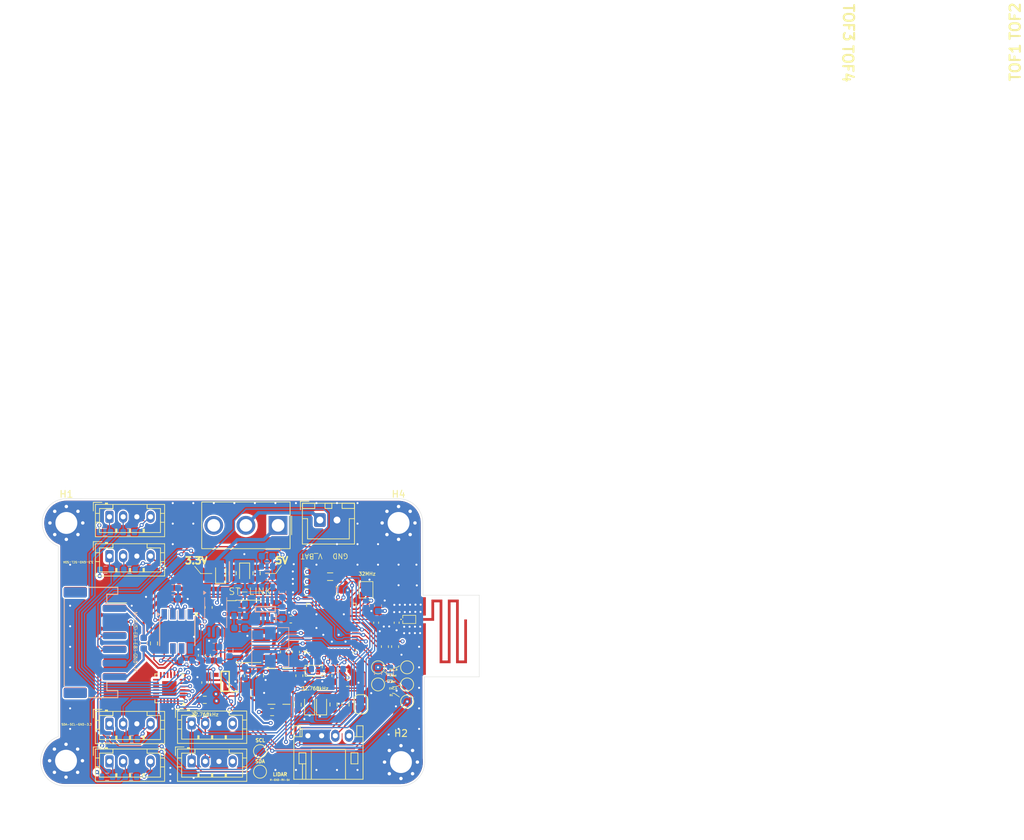
<source format=kicad_pcb>
(kicad_pcb (version 20241229) (generator "pcbnew") (generator_version "9.0")
  (layers (0 "F.Cu" signal) (4 "In1.Cu" signal) (6 "In2.Cu" signal) (2 "B.Cu" signal) (13 "F.Paste" user) (15 "B.Paste" user) (5 "F.SilkS" user "F.Silkscreen") (7 "B.SilkS" user "B.Silkscreen") (1 "F.Mask" user) (3 "B.Mask" user) (25 "Edge.Cuts" user))
  (net 0 "")
  (net 1 "Net-(AE1-A)")
  (net 2 "GND")
  (net 3 "Net-(FL1-IN)")
  (net 4 "/Converters/SW")
  (net 5 "/M1+")
  (net 6 "+8V")
  (net 7 "/M1-")
  (net 8 "/M2-")
  (net 9 "Net-(IC2-VCC)")
  (net 10 "Net-(IC2-FB)")
  (net 11 "/M2+")
  (net 12 "/STM32/RF1")
  (net 13 "Net-(IC3-VREF)")
  (net 14 "/STM32/NRST")
  (net 15 "Net-(D1-A)")
  (net 16 "Net-(D2-A)")
  (net 17 "/Converters/PG")
  (net 18 "Net-(IC4-VREF)")
  (net 19 "/PWM_1_M1")
  (net 20 "/PWM_2_M1")
  (net 21 "+3.3V")
  (net 22 "/PWM_1_M2")
  (net 23 "/STM32/HSE_IN")
  (net 24 "/PWM_2_M2")
  (net 25 "Net-(D3-A)")
  (net 27 "Net-(J2-Pin_3)")
  (net 28 "/I2C/SC0")
  (net 29 "/STM32/SMPSFB")
  (net 31 "/I2C/SD0")
  (net 33 "/I2C/SD1")
  (net 34 "/STM32/UART_RX")
  (net 35 "/STM32/SMPSLX")
  (net 36 "/I2C/SC1")
  (net 37 "Net-(U1-PA2)")
  (net 38 "/I2C/SC2")
  (net 39 "/STM32/LSE_OUT")
  (net 43 "/I2C/SD2")
  (net 44 "/STM32/LSE_IN")
  (net 45 "Net-(U1-PA3)")
  (net 46 "/I2C/SC3")
  (net 48 "/STM32/HSE_OUT")
  (net 49 "/STM32/UART_TX")
  (net 50 "+5V")
  (net 51 "Net-(R17-Pad1)")
  (net 52 "/I2C/SD3")
  (net 56 "Net-(C22-Pad2)")
  (net 57 "Net-(C28-Pad2)")
  (net 58 "/I2C_SCL")
  (net 59 "/I2C_SDA")
  (net 60 "/V_bat")
  (net 61 "/OUT_BUTTON")
  (net 62 "/STM32/ENCODEUR_A_M1")
  (net 63 "/STM32/ENCODEUR_B_M1")
  (net 64 "/STM32/ENCODEUR_A_M2")
  (net 65 "/STM32/ENCODEUR_B_M2")
  (net 66 "/I_bat")
  (net 67 "/PB4_RST")
  (net 68 "Net-(JP2-A)")
  (net 69 "Net-(U1-PA5)")
  (net 71 "/STM32/SWCLK")
  (net 72 "/INT2")
  (net 73 "/STM32/SWDIO")
  (net 74 "/STM32/SWO")
  (net 75 "/SINGLE_TAP")
  (net 78 "/STM32/SMPSLXL")
  (net 80 "Net-(U3-~{CS})")
  (net 92 "/Converters/BST")
  (net 93 "Net-(D4-A)")
  (footprint "Capacitor_SMD:C_0603_1608Metric" (layer "F.Cu") (at 86.5 143.975 90)
    (property "Reference" "C43" (hide yes))
    (property "Value" "4.7u" (hide yes))
  )
  (footprint "Connector_JST:JST_PH_S4B-PH-K_1x04_P2.00mm_Horizontal" (layer "F.Cu") (at 73.75 157)
    (property "Reference" "J2" (hide yes))
    (property "Value" "Conn_01x04")
  )
  (footprint "RF_Antenna:2.4GHz BLE" (layer "F.Cu") (at 90.5 140 -90)
    (property "Reference" "AE1" (hide yes))
    (property "Value" "Antenna" (hide yes))
  )
  (footprint "Connector_JST:JST_PH_S6B-PH-SM4-TB_1x06-1MP_P2.00mm_Horizontal" (layer "F.Cu") (at 42.65 143.35 -90)
    (property "Reference" "J14" (hide yes))
    (property "Value" "Conn_01x06")
  )
  (footprint "Capacitor_SMD:C_0603_1608Metric" (layer "F.Cu") (at 79.51 149.27)
    (property "Reference" "C1" (hide yes))
    (property "Value" "10n" (hide yes))
  )
  (footprint "Resistor_SMD:R_0603_1608Metric" (layer "F.Cu") (at 77.5 152.425 90)
    (property "Reference" "R19" (hide yes))
    (property "Value" "5k" (hide yes))
  )
  (footprint "MountingHole:MountingHole_3.2mm_M3_Pad_Via" (layer "F.Cu") (at 38.447056 125.9)
    (property "Reference" "H1")
    (property "Value" "MountingHole_Pad" (hide yes))
  )
  (footprint "Capacitor_SMD:C_0402_1005Metric" (layer "F.Cu") (at 86.725 140.48 90)
    (property "Reference" "C40" (hide yes))
    (property "Value" "0p3" (hide yes))
  )
  (footprint "Capacitor_SMD:C_0603_1608Metric" (layer "F.Cu") (at 72.5 148.225 -90)
    (property "Reference" "C13" (hide yes))
    (property "Value" "13p" (hide yes))
  )
  (footprint "Package_DFN_QFN:Texas_RGE0024C_VQFN-24-1EP_4x4mm_P0.5mm_EP2.1x2.1mm" (layer "F.Cu") (at 53.5 150.0625 180)
    (property "Reference" "U4" (hide yes))
    (property "Value" "TCA9548AMRGER" (hide yes))
  )
  (footprint "Capacitor_SMD:C_0603_1608Metric" (layer "F.Cu") (at 65 148.25 90)
    (property "Reference" "C15" (hide yes))
    (property "Value" "1u" (hide yes))
  )
  (footprint "TestPoint:TestPoint_Pad_D1.5mm" (layer "F.Cu") (at 88.25 152)
    (property "Reference" "TP7" (hide yes))
    (property "Value" "TestPoint" (hide yes))
  )
  (footprint "Capacitor_SMD:C_0603_1608Metric" (layer "F.Cu") (at 76.75 148.25 -90)
    (property "Reference" "C14" (hide yes))
    (property "Value" "13p" (hide yes))
  )
  (footprint "Capacitor_SMD:C_0402_1005Metric" (layer "F.Cu") (at 83.725 140.48 90)
    (property "Reference" "C41" (hide yes))
    (property "Value" "0p8" (hide yes))
  )
  (footprint "Connector_JST:JST_XH_B2B-XH-A_1x02_P2.50mm_Vertical" (layer "F.Cu") (at 75.5 125.475)
    (property "Reference" "J9" (hide yes))
    (property "Value" "Conn_01x02_Pin" (hide yes))
  )
  (footprint "Connector_JST:JST_PH_B4B-PH-K_1x04_P2.00mm_Vertical" (layer "F.Cu") (at 44.75 160.75)
    (property "Reference" "J4" (hide yes))
    (property "Value" "Conn_01x04" (hide yes))
  )
  (footprint "Resistor_SMD:R_0603_1608Metric" (layer "F.Cu") (at 62.75 133.25 -90)
    (property "Reference" "R22" (hide yes))
    (property "Value" "5k")
  )
  (footprint "Capacitor_SMD:C_0603_1608Metric" (layer "F.Cu") (at 58.75 149.225 -90)
    (property "Reference" "C16" (hide yes))
    (property "Value" "1u" (hide yes))
  )
  (footprint "Resistor_SMD:R_0603_1608Metric" (layer "F.Cu") (at 66.25 133.25 90)
    (property "Reference" "R23" (hide yes))
    (property "Value" "5k")
  )
  (footprint "Resistor_SMD:R_0603_1608Metric" (layer "F.Cu") (at 72.25 152.4625 90)
    (property "Reference" "R18" (hide yes))
    (property "Value" "5k" (hide yes))
  )
  (footprint "Resistor_SMD:R_0603_1608Metric" (layer "F.Cu") (at 51.25 143.5 -90)
    (property "Reference" "R14" (hide yes))
    (property "Value" "10k")
  )
  (footprint "LED_SMD:LED_0603_1608Metric" (layer "F.Cu") (at 75.75 152.4625 90)
    (property "Reference" "D2" (hide yes))
    (property "Value" "LED" (hide yes))
  )
  (footprint "TestPoint:TestPoint_Pad_D1.5mm" (layer "F.Cu") (at 84 147)
    (property "Reference" "TP2" (hide yes))
    (property "Value" "TestPoint" (hide yes))
  )
  (footprint "Connector_JST:JST_PH_B4B-PH-K_1x04_P2.00mm_Vertical" (layer "F.Cu") (at 44.75 155.25)
    (property "Reference" "J3" (hide yes))
    (property "Value" "Conn_01x04" (hide yes))
  )
  (footprint "MountingHole:MountingHole_3.2mm_M3_Pad_Via" (layer "F.Cu") (at 87.35 160.85)
    (property "Reference" "H2")
    (property "Value" "MountingHole_Pad" (hide yes))
  )
  (footprint "TestPoint:TestPoint_Pad_D1.5mm" (layer "F.Cu") (at 88.25 147)
    (property "Reference" "TP4" (hide yes))
    (property "Value" "TestPoint" (hide yes))
  )
  (footprint "Inductor_SMD:L_0402_1005Metric" (layer "F.Cu") (at 76 135.615 -90)
    (property "Reference" "L3" (hide yes))
    (property "Value" "10n" (hide yes))
  )
  (footprint "TestPoint:TestPoint_Pad_D1.5mm" (layer "F.Cu") (at 84 149.5)
    (property "Reference" "TP1" (hide yes))
    (property "Value" "TestPoint" (hide yes))
  )
  (footprint "Jumper:SolderJumper-2_P1.3mm_Bridged_RoundedPad1.0x1.5mm" (layer "F.Cu") (at 81.5 152.4 -90)
    (property "Reference" "JP2" (hide yes))
    (property "Value" "SolderJumper_2_Open" (hide yes))
  )
  (footprint "Capacitor_SMD:C_0603_1608Metric" (layer "F.Cu") (at 73.475 133)
    (property "Reference" "C8" (hide yes))
    (property "Value" "100n" (hide yes))
  )
  (footprint "Capacitor_SMD:C_0603_1608Metric" (layer "F.Cu") (at 79.51 147.77)
    (property "Reference" "C2" (hide yes))
    (property "Value" "1u" (hide yes))
  )
  (footprint "Connector_PinHeader_1.27mm:PinHeader_2x07_P1.27mm_Vertical_SMD" (layer "F.Cu") (at 65.05 141.75)
    (property "Reference" "J1" (hide yes))
    (property "Value" "Conn_ST_STDC14" (hide yes))
  )
  (footprint "Package_SO:Diodes_SO-8EP" (layer "F.Cu") (at 54.655 141.7475 -90)
    (property "Reference" "IC4" (hide yes))
    (property "Value" "ZXBM5210-SP-13")
  )
  (footprint "Package_SO:SSOP-5" (layer "F.Cu") (at 61.65 149.05 180)
    (property "Reference" "U5" (hide yes))
    (property "Value" "BU33SD5WG-TR" (hide yes))
  )
  (footprint "Connector_JST:JST_PH_B4B-PH-K_1x04_P2.00mm_Vertical" (layer "F.Cu") (at 56.75 160.75)
    (property "Reference" "J8" (hide yes))
    (property "Value" "Conn_01x04" (hide yes))
  )
  (footprint "RF:DLF162500LT5028A1" (layer "F.Cu") (at 88.612 140)
    (property "Reference" "FL1" (hide yes))
    (property "Value" "DLF162500LT-5028A1" (hide yes))
  )
  (footprint "Resistor_SMD:R_0603_1608Metric" (layer "F.Cu") (at 68.5175 153.5425)
    (property "Reference" "R31" (hide yes))
    (property "Value" "10k" (hide yes))
  )
  (footprint "MountingHole:MountingHole_3.2mm_M3_Pad_Via" (layer "F.Cu") (at 38.4 160.65)
    (property "Reference" "H3" (hide yes))
    (property "Value" "MountingHole_Pad" (hide yes))
  )
  (footprint "Package_DFN_QFN:QFN-48-1EP_7x7mm_P0.5mm_EP5.6x5.6mm" (layer "F.Cu") (at 77.175 141.25 90)
    (property "Reference" "U1" (hide yes))
    (property "Value" "STM32WB55CGUx" (hide yes))
  )
  (footprint "Connector_JST:JST_PH_B4B-PH-K_1x04_P2.00mm_Vertical" (layer "F.Cu") (at 44.75 125)
    (property "Reference" "J5" (hide yes))
    (property "Value" "Conn_01x04" (hide yes))
  )
  (footprint "Capacitor_SMD:C_0603_1608Metric" (layer "F.Cu") (at 73.45 136 180)
    (property "Reference" "C38" (hide yes))
    (property "Value" "100n" (hide yes))
  )
  (footprint "Capacitor_SMD:C_0603_1608Metric" (layer "F.Cu") (at 60 145.25 -90)
    (property "Reference" "C33" (hide yes))
    (property "Value" "4.7u" (hide yes))
  )
  (footprint "Capacitor_SMD:C_0603_1608Metric" (layer "F.Cu") (at 58.25 145.25 90)
    (property "Reference" "C32" (hide yes))
    (property "Value" "4.7u" (hide yes))
  )
  (footprint "Connector_JST:JST_PH_B4B-PH-K_1x04_P2.00mm_Vertical" (layer "F.Cu") (at 56.75 155.2)
    (property "Reference" "J7" (hide yes))
    (property "Value" "Conn_01x04" (hide yes))
  )
  (footprint "TestPoint:TestPoint_Pad_D1.5mm" (layer "F.Cu") (at 66.75 162.25)
    (property "Reference" "TP5" (hide yes))
    (property "Value" "TestPoint" (hide yes))
  )
  (footprint "Resistor_SMD:R_0603_1608Metric" (layer "F.Cu") (at 79.25 152.425 -90)
    (property "Reference" "R25" (hide yes))
    (property "Value" "100" (hide yes))
  )
  (footprint "Capacitor_SMD:C_0603_1608Metric" (layer "F.Cu") (at 72 144.75 -90)
    (property "Reference" "C6" (hide yes))
    (property "Value" "100n" (hide yes))
  )
  (footprint "Crystal:Murata 32MHz" (layer "F.Cu") (at 82.25 135.675 90)
    (property "Reference" "Y2" (hide yes))
    (property "Value" "Crystal_GND24_Small" (hide yes))
  )
  (footprint "Capacitor_SMD:C_0603_1608Metric" (layer "F.Cu") (at 78 135.75 180)
    (property "Reference" "C39" (hide yes))
    (property "Value" "4.7u" (hide yes))
  )
  (footprint "Connector_JST:JST_PH_B4B-PH-K_1x04_P2.00mm_Vertical" (layer "F.Cu") (at 44.75 130.75)
    (property "Reference" "J6" (hide yes))
    (property "Value" "Conn_01x04" (hide yes))
  )
  (footprint "Resistor_SMD:R_0603_1608Metric" (layer "F.Cu") (at 58.675 151.75 180)
    (property "Reference" "R30" (hide yes))
    (property "Value" "10k" (hide yes))
  )
  (footprint "Capacitor_SMD:C_0603_1608Metric" (layer "F.Cu") (at 49.75 143.475 -90)
    (property "Reference" "C34" (hide yes))
    (property "Value" "470n" (hide yes))
  )
  (footprint "Capacitor_SMD:C_0603_1608Metric" (layer "F.Cu") (at 59.25 138.25 90)
    (property "Reference" "C42" (hide yes))
    (property "Value" "100n" (hide yes))
  )
  (footprint "Inductor_SMD:L_0402_1005Metric" (layer "F.Cu") (at 85.21 140 180)
    (property "Reference" "L5" (hide yes))
    (property "Value" "2n7" (hide yes))
  )
  (footprint "TestPoint:TestPoint_Pad_D1.5mm" (layer "F.Cu") (at 66.75 159.25)
    (property "Reference" "TP6" (hide yes))
    (property "Value" "TestPoint" (hide yes))
  )
  (footprint "Capacitor_SMD:C_0603_1608Metric" (layer "F.Cu") (at 85 143.975 90)
    (property "Reference" "C7" (hide yes))
    (property "Value" "100n" (hide yes))
  )
  (footprint "LED_SMD:LED_0603_1608Metric" (layer "F.Cu") (at 74 152.4625 90)
    (property "Reference" "D1" (hide yes))
    (property "Value" "LED" (hide yes))
  )
  (footprint "Capacitor_SMD:C_0603_1608Metric" (layer "F.Cu") (at 71.25 140 180)
    (property "Reference" "C11" (hide yes))
    (property "Value" "100n" (hide yes))
  )
  (footprint "Capacitor_SMD:C_0603_1608Metric" (layer "F.Cu") (at 73.45 134.5 180)
    (property "Reference" "C12" (hide yes))
    (property "Value" "4.7u" (hide yes))
  )
  (footprint "LED_SMD:LED_0603_1608Metric" (layer "F.Cu") (at 64.5 133.25 -90)
    (property "Reference" "D4" (hide yes))
    (property "Value" "LED")
  )
  (footprint "Package_LGA:LGA-14_3x5mm_P0.8mm_LayoutBorder1x6y" (layer "F.Cu") (at 69.5175 149.7925)
    (property "Reference" "U3" (hide yes))
    (property "Value" "ADXL343" (hide yes))
  )
  (footprint "Capacitor_SMD:C_0603_1608Metric" (layer "F.Cu") (at 65.5 150.75 180)
    (property "Reference" "C37" (hide yes))
    (property "Value" "1u" (hide yes))
  )
  (footprint "Crystal:ABS06N32768kHzT" (layer "F.Cu") (at 74.55 147.5 180)
    (property "Reference" "X1" (hide yes))
    (property "Value" "32kHz758" (hide yes))
  )
  (footprint "Capacitor_SMD:C_0603_1608Metric" (layer "F.Cu") (at 70.25 144.75 -90)
    (property "Reference" "C5" (hide yes))
    (property "Value" "100n" (hide yes))
  )
  (footprint "Button_Switch_THT:SW_Wurth_WS-TOTV_472121020311" (layer "F.Cu") (at 69.39 126.25 180)
    (property "Reference" "SW1" (hide yes))
    (property "Value" "SW_Wurth" (hide yes))
  )
  (footprint "MountingHole:MountingHole_3.2mm_M3_Pad_Via" (layer "F.Cu") (at 87 125.9)
    (property "Reference" "H4")
    (property "Value" "MountingHole_Pad" (hide yes))
  )
  (footprint "TestPoint:TestPoint_Pad_D1.5mm" (layer "F.Cu") (at 88.25 149.5)
    (property "Reference" "TP3" (hide yes))
    (property "Value" "TestPoint" (hide yes))
  )
  (footprint "Inductor_SMD:L_0805_2012Metric" (layer "F.Cu") (at 77 133.75 180)
    (property "Reference" "L4" (hide yes))
    (property "Value" "10u" (hide yes))
  )
  (footprint "Capacitor_SMD:C_0603_1608Metric" (layer "F.Cu") (at 66.75 148.275 -90)
    (property "Reference" "C36" (hide yes))
    (property "Value" "0.1u" (hide yes))
  )
  (footprint "LED_SMD:LED_0603_1608Metric" (layer "F.Cu") (at 61 133.25 90)
    (property "Reference" "D3" (hide yes))
    (property "Value" "LED")
  )
  (footprint "Capacitor_SMD:C_0603_1608Metric" (layer "B.Cu") (at 67.775 130.75)
    (property "Reference" "C28" (hide yes))
    (property "Value" "15p" (hide yes))
  )
  (footprint "Capacitor_SMD:C_0603_1608Metric" (layer "B.Cu") (at 49.75 143.475 -90)
    (property "Reference" "C31" (hide yes))
    (property "Value" "470n" (hide yes))
  )
  (footprint "Resistor_SMD:R_0603_1608Metric" (layer "B.Cu") (at 67.775 133.75 180)
    (property "Reference" "R11" (hide yes))
    (property "Value" "13k" (hide yes))
  )
  (footprint "Resistor_SMD:R_0603_1608Metric" (layer "B.Cu") (at 67.775 135.25)
    (property "Reference" "R9" (hide yes))
    (property "Value" "16k" (hide yes))
  )
  (footprint "Resistor_SMD:R_0603_1608Metric" (layer "B.Cu") (at 44.5 157.5 180)
    (property "Reference" "R2" (hide yes))
    (property "Value" "4.7k" (hide yes))
  )
  (footprint "Capacitor_SMD:C_0603_1608Metric" (layer "B.Cu") (at 63.75 147)
    (property "Reference" "C23" (hide yes))
    (property "Value" "22u" (hide yes))
  )
  (footprint "Resistor_SMD:R_0603_1608Metric" (layer "B.Cu") (at 70.025 139 -90)
    (property "Reference" "R12" (hide yes))
    (property "Value" "100k" (hide yes))
  )
  (footprint "Resistor_SMD:R_0603_1608Metric" (layer "B.Cu") (at 47.9 163 180)
    (property "Reference" "R3" (hide yes))
    (property "Value" "4.7k" (hide yes))
  )
  (footprint "Resistor_SMD:R_0603_1608Metric" (layer "B.Cu") (at 44.175 132.75 180)
    (property "Reference" "R21" (hide yes))
    (property "Value" "4.7k" (hide yes))
  )
  (footprint "Capacitor_SMD:C_0603_1608Metric" (layer "B.Cu") (at 70.025 136 90)
    (property "Reference" "C24" (hide yes))
    (property "Value" "0.1u" (hide yes))
  )
  (footprint "Capacitor_SMD:C_0603_1608Metric" (layer "B.Cu") (at 82.25 138 -90)
    (property "Reference" "C10" (hide yes))
    (property "Value" "100p" (hide yes))
  )
  (footprint "Capacitor_SMD:C_0603_1608Metric" (layer "B.Cu") (at 63.775 141.25 180)
    (property "Reference" "C22" (hide yes))
    (property "Value" "0.1u" (hide yes))
  )
  (footprint "Resistor_SMD:R_0603_1608Metric" (layer "B.Cu") (at 56 146 180)
    (property "Reference" "R13" (hide yes))
    (property "Value" "10k")
  )
  (footprint "Capacitor_SMD:C_0603_1608Metric" (layer "B.Cu") (at 60.025 144)
    (property "Reference" "C35" (hide yes))
    (property "Value" "0.1u" (hide yes))
  )
  (footprint "Package_SO:Diodes_SO-8EP" (layer "B.Cu") (at 54.655 141.7525 -90)
    (property "Reference" "IC3" (hide yes))
    (property "Value" "ZXBM5210-SP-13" (hide yes))
  )
  (footprint "Resistor_SMD:R_0603_1608Metric" (layer "B.Cu") (at 85.75 147.825 -90)
    (property "Reference" "R33" (hide yes))
    (property "Value" "2k" (hide yes))
  )
  (footprint "Resistor_SMD:R_0603_1608Metric" (layer "B.Cu") (at 62.275 144.5 90)
    (property "Reference" "R16" (hide yes))
    (property "Value" "5k" (hide yes))
  )
  (footprint "Resistor_SMD:R_0603_1608Metric" (layer "B.Cu") (at 60.025 146)
    (property "Reference" "R17" (hide yes))
    (property "Value" "5k" (hide yes))
  )
  (footprint "Capacitor_SMD:C_0603_1608Metric" (layer "B.Cu") (at 54 135.425)
    (property "Reference" "C29" (hide yes))
    (property "Value" "4.7u" (hide yes))
  )
  (footprint "Resistor_SMD:R_0603_1608Metric" (layer "B.Cu") (at 48 157.5 180)
    (property "Reference" "R1" (hide yes))
    (property "Value" "4.7k" (hide yes))
  )
  (footprint "Package_SO:TSSOP-8_4.4x3mm_P0.65mm" (layer "B.Cu") (at 60.275 139 -90)
    (property "Reference" "U2" (hide yes))
    (property "Value" "INA240A1PW" (hide yes))
  )
  (footprint "Inductor_SMD:L_Wuerth_HCI-5040" (layer "B.Cu") (at 68.25 144.05 -90)
    (property "Reference" "L2" (hide yes))
    (property "Value" "4.7u" (hide yes))
  )
  (footprint "Resistor_SMD:R_0603_1608Metric" (layer "B.Cu") (at 47.575 127.25 180)
    (property "Reference" "R5" (hide yes))
    (property "Value" "4.7k" (hide yes))
  )
  (footprint "Capacitor_SMD:C_0603_1608Metric" (layer "B.Cu") (at 63.775 136)
    (property "Reference" "C25" (hide yes))
    (property "Value" "0.1u" (hide yes))
  )
  (footprint "Resistor_SMD:R_0603_1608Metric" (layer "B.Cu") (at 47.675 132.75 180)
    (property "Reference" "R20" (hide yes))
    (property "Value" "4.7k" (hide yes))
  )
  (footprint "Resistor_SMD:R_0603_1608Metric" (layer "B.Cu") (at 44.4 163 180)
    (property "Reference" "R4" (hide yes))
    (property "Value" "4.7k" (hide yes))
  )
  (footprint "Package_TO_SOT_SMD:TSOT 23-8" (layer "B.Cu") (at 67.525 138.5 90)
    (property "Reference" "IC2" (hide yes))
    (property "Value" "MP1475SGJ-P" (hide yes))
  )
  (footprint "Capacitor_SMD:C_0603_1608Metric" (layer "B.Cu") (at 84 138 90)
    (property "Reference" "C9" (hide yes))
    (property "Value" "100n" (hide yes))
  )
  (footprint "Resistor_SMD:R_6431" (layer "B.Cu") (at 62.275 133)
    (property "Reference" "R15" (hide yes))
    (property "Value" "50m" (hide yes))
  )
  (footprint "Capacitor_SMD:C_0603_1608Metric" (layer "B.Cu") (at 63.775 137.75)
    (property "Reference" "C21" (hide yes))
    (property "Value" "22u" (hide yes))
  )
  (footprint "Resistor_SMD:R_0603_1608Metric" (layer "B.Cu") (at 78.075 147.25)
    (property "Reference" "R28" (hide yes))
    (property "Value" "4.7k" (hide yes))
  )
  (footprint "Connector_JST:JST_PH_S6B-PH-SM4-TB_1x06-1MP_P2.00mm_Horizontal" (layer "B.Cu") (at 42.65 143.4 90)
    (property "Reference" "J11" (hide yes))
    (property "Value" "Conn_01x06")
  )
  (footprint "Resistor_SMD:R_0603_1608Metric" (layer "B.Cu") (at 67.775 132.25)
    (property "Reference" "R10" (hide yes))
    (property "Value" "40.2k" (hide yes))
  )
  (footprint "Resistor_SMD:R_0603_1608Metric" (layer "B.Cu") (at 84 147.825 -90)
    (property "Reference" "R32" (hide yes))
    (property "Value" "1k" (hide yes))
  )
  (footprint "Resistor_SMD:R_0603_1608Metric" (layer "B.Cu") (at 63.775 139.5)
    (property "Reference" "R8" (hide yes))
    (property "Value" "20" (hide yes))
  )
  (footprint "Capacitor_SMD:C_0603_1608Metric" (layer "B.Cu") (at 63.75 148.5)
    (property "Reference" "C27" (hide yes))
    (property "Value" "22u" (hide yes))
  )
  (footprint "Capacitor_SMD:C_0603_1608Metric" (layer "B.Cu") (at 54 136.925 180)
    (property "Reference" "C30" (hide yes))
    (property "Value" "4.7u" (hide yes))
  )
  (footprint "Resistor_SMD:R_0603_1608Metric" (layer "B.Cu") (at 44.075 127.25 180)
    (property "Reference" "R6" (hide yes))
    (property "Value" "4.7k" (hide yes))
  )
  (footprint "Resistor_SMD:R_0603_1608Metric" (layer "B.Cu") (at 75.075 147.25 180)
    (property "Reference" "R29" (hide yes))
    (property "Value" "4.7k" (hide yes))
  )
  (gr_line (start 85.43 148.86) (end 85.11 149.09) (stroke (width 0.1)) (layer "F.SilkS"))
  (gr_line (start 86.11 147.95) (end 85.3 147.95) (stroke (width 0.1)) (layer "F.SilkS"))
  (gr_line (start 86.09 150.79) (end 86.34 150.8) (stroke (width 0.1)) (layer "F.SilkS"))
  (gr_line (start 58.08 133.3) (end 59.72 133.29) (stroke (width 0.1)) (layer "F.SilkS"))
  (gr_line (start 86.63 149.84) (end 87.15 149.62) (stroke (width 0.1)) (layer "F.SilkS"))
  (gr_line (start 86.68 147.05) (end 87.14 146.78) (stroke (width 0.1)) (layer "F.SilkS"))
  (gr_line (start 86.25 147.05) (end 86.68 147.05) (stroke (width 0.1)) (layer "F.SilkS"))
  (gr_line (start 86.08 148.86) (end 85.43 148.86) (stroke (width 0.1)) (layer "F.SilkS"))
  (gr_line (start 69.87 132.12) (end 69.07 133.28) (stroke (width 0.1)) (layer "F.SilkS"))
  (gr_line (start 86.11 149.84) (end 86.63 149.84) (stroke (width 0.1)) (layer "F.SilkS"))
  (gr_line (start 85.3 147.95) (end 84.93 147.64) (stroke (width 0.1)) (layer "F.SilkS"))
  (gr_line (start 69.07 133.28) (end 67.53 133.28) (stroke (width 0.1)) (layer "F.SilkS"))
  (gr_line (start 86.34 150.8) (end 87.12 151.33) (stroke (width 0.1)) (layer "F.SilkS"))
  (gr_line (start 57.21 132.24) (end 58.08 133.3) (stroke (width 0.1)) (layer "F.SilkS"))
  (gr_arc (start 86.996003 122.362811) (mid 89.5 123.4) (end 90.537189 125.903997) (stroke (width 0.05)) (layer "Edge.Cuts"))
  (gr_line (start 90.57 136.45) (end 98.8 136.45) (stroke (width 0.05)) (layer "Edge.Cuts"))
  (gr_line (start 90.537189 125.904) (end 90.57 136.45) (stroke (width 0.05)) (layer "Edge.Cuts"))
  (gr_arc (start 34.688556 160.803997) (mid 35.398231 158.555943) (end 37.27 157.122811) (stroke (width 0.05)) (layer "Edge.Cuts"))
  (gr_line (start 98.8 136.45) (end 98.8 148.4) (stroke (width 0.05)) (layer "Edge.Cuts"))
  (gr_arc (start 37.27 129.297189) (mid 35.563624 127.963462) (end 34.918517 125.896003) (stroke (width 0.05)) (layer "Edge.Cuts"))
  (gr_line (start 90.779838 148.4) (end 90.820162 160.823001) (stroke (width 0.05)) (layer "Edge.Cuts"))
  (gr_line (start 37.27 129.297189) (end 37.27 157.122811) (stroke (width 0.05)) (layer "Edge.Cuts"))
  (gr_arc (start 38.231186 164.341186) (mid 35.727189 163.303997) (end 34.69 160.8) (stroke (width 0.05)) (layer "Edge.Cuts"))
  (gr_arc (start 34.92 125.89) (mid 35.957189 123.386003) (end 38.461186 122.348814) (stroke (width 0.05)) (layer "Edge.Cuts"))
  (gr_arc (start 90.820162 160.823001) (mid 89.768974 163.326424) (end 87.258814 164.361422) (stroke (width 0.05)) (layer "Edge.Cuts"))
  (gr_line (start 38.231186 164.341186) (end 87.248815 164.361422) (stroke (width 0.05)) (layer "Edge.Cuts"))
  (gr_line (start 86.996 122.362811) (end 38.451243 122.348814) (stroke (width 0.05)) (layer "Edge.Cuts"))
  (gr_line (start 98.8 148.4) (end 90.779838 148.4) (stroke (width 0.05)) (layer "Edge.Cuts"))
  (gr_text "3.3V\n" (at 55.64 132 0) (layer "F.SilkS") (effects (font (size 1 1) (thickness 0.25) (bold yes)) (justify left bottom)))
  (gr_text "32.768kHz" (at 72.73 150.39 0) (layer "F.SilkS") (effects (font (size 0.5 0.5) (thickness 0.1) (bold yes)) (justify left bottom)))
  (gr_text "SDA" (at 65.9638 161.036 0) (layer "F.SilkS") (effects (font (size 0.5 0.5) (thickness 0.125) (bold yes)) (justify left bottom)))
  (gr_text "SCL" (at 66.0146 157.9626 0) (layer "F.SilkS") (effects (font (size 0.5 0.5) (thickness 0.125) (bold yes)) (justify left bottom)))
  (gr_text "TOF3" (at 151.88 49.88 270) (layer "F.SilkS") (effects (font (size 1.5 1.5) (thickness 0.3) (bold yes)) (justify left bottom)))
  (gr_text "V_BAT" (at 75.946 130.3274 180) (layer "F.SilkS") (effects (font (size 0.75 0.75) (thickness 0.1)) (justify left bottom)))
  (gr_text "3.3-GND-SCL-SDA\n" (at 42.4434 131.445 180) (layer "F.SilkS") (effects (font (size 0.3 0.3) (thickness 0.0625) (bold yes)) (justify left bottom)))
  (gr_text "TOF4\n" (at 151.78 55.87 270) (layer "F.SilkS") (effects (font (size 1.5 1.5) (thickness 0.3) (bold yes)) (justify left bottom)))
  (gr_text "32MHz" (at 81.11 133.63 0) (layer "F.SilkS") (effects (font (size 0.5 0.5) (thickness 0.1) (bold yes)) (justify left bottom)))
  (gr_text "M-GND-RX-5V" (at 68.1482 163.6014 0) (layer "F.SilkS") (effects (font (size 0.25 0.25) (thickness 0.0625) (bold yes)) (justify left bottom)))
  (gr_text "5V" (at 68.86 131.97 0) (layer "F.SilkS") (effects (font (size 1 1) (thickness 0.25) (bold yes)) (justify left bottom)))
  (gr_text "V_Bat" (at 85.62 148.36 0) (layer "F.SilkS") (effects (font (size 0.25 0.25) (thickness 0.0625) (bold yes)) (justify left bottom)))
  (gr_text "I_Bat" (at 85.61 149.24 0) (layer "F.SilkS") (effects (font (size 0.25 0.25) (thickness 0.0625) (bold yes)) (justify left bottom)))
  (gr_text "SDA-SCL-GND-3.3\n" (at 37.6936 155.5242 0) (layer "F.SilkS") (effects (font (size 0.3 0.3) (thickness 0.0625) (bold yes)) (justify left bottom)))
  (gr_text "RX" (at 85.64 151.24 0) (layer "F.SilkS") (effects (font (size 0.25 0.25) (thickness 0.0625) (bold yes)) (justify left bottom)))
  (gr_text "32.768kHz" (at 56.66 154.195 0) (layer "F.SilkS") (effects (font (size 0.5 0.5) (thickness 0.1) (bold yes)) (justify left bottom)))
  (gr_text "ST-LINK" (at 62.09 136.5 0) (layer "F.SilkS") (effects (font (size 1 1) (thickness 0.1) (bold yes)) (justify left bottom)))
  (gr_text "ENC_A\n" (at 85.57 150.24 0) (layer "F.SilkS") (effects (font (size 0.25 0.25) (thickness 0.0625) (bold yes)) (justify left bottom)))
  (gr_text "M-3.3-EA-EB-GND-M" (at 48.2346 138.811 270) (layer "F.SilkS") (effects (font (size 0.5 0.5) (thickness 0.0625) (bold yes)) (justify left bottom)))
  (gr_text "LIDAR\n" (at 68.5546 162.941 0) (layer "F.SilkS") (effects (font (size 0.5 0.5) (thickness 0.125) (bold yes)) (justify left bottom)))
  (gr_text "GND" (at 79.7052 130.302 180) (layer "F.SilkS") (effects (font (size 0.75 0.75) (thickness 0.1)) (justify left bottom)))
  (gr_text "TOF1\n" (at 178 61.5 90) (layer "F.SilkS") (effects (font (size 1.5 1.5) (thickness 0.3) (bold yes)) (justify left bottom)))
  (gr_text "ENC_B" (at 85.61 147.49 0) (layer "F.SilkS") (effects (font (size 0.25 0.25) (thickness 0.0625) (bold yes)) (justify left bottom)))
  (gr_text "TOF2\n" (at 178 55.5 90) (layer "F.SilkS") (effects (font (size 1.5 1.5) (thickness 0.3) (bold yes)) (justify left bottom)))
  (gr_text "M-3.3-EA-EB-GND-M" (at 48.26 147.6756 270) (layer "B.SilkS") (effects (font (size 0.5 0.5) (thickness 0.0625)) (justify left bottom mirror)))
  (segment (start 89.225 140) (end 90.56075 140) (width 0.1565) (layer "F.Cu") (net 1))
  (segment (start 83.73 141.2) (end 83.73 140.935) (width 0.5) (layer "F.Cu") (net 2))
  (segment (start 67.57 148.85) (end 67.37 149.05) (width 0.5) (layer "F.Cu") (net 2))
  (segment (start 67.8975 150.1925) (end 67.35 150.74) (width 0.5) (layer "F.Cu") (net 2))
  (segment (start 58.75 148.45) (end 57.6196 148.45) (width 0.19) (layer "F.Cu") (net 2))
  (segment (start 64.302 144.29) (end 63.1 144.29) (width 0.5) (layer "F.Cu") (net 2))
  (segment (start 86.5 144.75) (end 87.0158 144.75) (width 0.19) (layer "F.Cu") (net 2))
  (segment (start 81.14 149.25) (end 80.315 149.25) (width 0.5) (layer "F.Cu") (net 2))
  (segment (start 57.6196 148.45) (end 57.6072 148.4376) (width 0.19) (layer "F.Cu") (net 2))
  (segment (start 72 143.975) (end 70.300131 143.975) (width 0.19) (layer "F.Cu") (net 2))
  (segment (start 67.37 149.05) (end 66.75 149.05) (width 0.5) (layer "F.Cu") (net 2))
  (segment (start 64.53 140.48) (end 64.91 140.86) (width 0.5) (layer "F.Cu") (net 2))
  (segment (start 54.164 152.7444) (end 53.959054 152.949346) (width 0.19) (layer "F.Cu") (net 2))
  (segment (start 54.25 152) (end 54.25 152.467128) (width 0.19) (layer "F.Cu") (net 2))
  (segment (start 75.925 142.5) (end 77.175 141.25) (width 0.25) (layer "F.Cu") (net 2))
  (segment (start 53.75 152) (end 53.75 152.841892) (width 0.19) (layer "F.Cu") (net 2))
  (segment (start 55.405697 145.2935) (end 55.863 145.2935) (width 0.19) (layer "F.Cu") (net 2))
  (segment (start 68.5175 148.5925) (end 70.5175 148.5925) (width 0.19) (layer "F.Cu") (net 2))
  (segment (start 57.11 142.54) (end 54.79 142.54) (width 0.5) (layer "F.Cu") (net 2))
  (segment (start 71.545 134.09) (end 71.935 134.48) (width 0.5) (layer "F.Cu") (net 2))
  (segment (start 78.775 135.75) (end 79.55 135.75) (width 0.5) (layer "F.Cu") (net 2))
  (segment (start 74 154.05) (end 74 153.25) (width 0.19) (layer "F.Cu") (net 2))
  (segment (start 68.5175 150.9925) (end 67.6025 150.9925) (width 0.5) (layer "F.Cu") (net 2))
  (segment (start 76.975 149.05) (end 77 149.025) (width 0.5) (layer "F.Cu") (net 2))
  (segment (start 67.34 150.75) (end 67.35 150.74) (width 0.5) (layer "F.Cu") (net 2))
  (segment (start 57.738 144.386) (end 57.747 144.395) (width 0.5) (layer "F.Cu") (net 2))
  (segment (start 71.845 134.5) (end 72.675 134.5) (width 0.5) (layer "F.Cu") (net 2))
  (segment (start 75.50984 154.15) (end 75.5 154.14016) (width 0.19) (layer "F.Cu") (net 2))
  (segment (start 80.6125 139.5) (end 78.925 139.5) (width 0.25) (layer "F.Cu") (net 2))
  (segment (start 56.56 144.5965) (end 56.56 144.245) (width 0.19) (layer "F.Cu") (net 2))
  (segment (start 54.25 152.467128) (end 54.164 152.553128) (width 0.19) (layer "F.Cu") (net 2))
  (segment (start 64.26 141.75) (end 64.91 142.4) (width 0.5) (layer "F.Cu") (net 2))
  (segment (start 75.85 149.05) (end 76.975 149.05) (width 0.5) (layer "F.Cu") (net 2))
  (segment (start 53.69655 148.07155) (end 53.69655 147.002647) (width 0.19) (layer "F.Cu") (net 2))
  (segment (start 73.35 149.1) (end 72.6 149.1) (width 0.5) (layer "F.Cu") (net 2))
  (segment (start 64.5 130.5) (end 64.46 130.46) (width 0.2) (layer "F.Cu") (net 2))
  (segment (start 64.5 132.4625) (end 64.5 130.5) (width 0.2) (layer "F.Cu") (net 2))
  (segment (start 63.05 149.05) (end 63.132399 149.05) (width 0.19) (layer "F.Cu") (net 2))
  (segment (start 84.25 141.72) (end 83.73 141.2) (width 0.5) (layer "F.Cu") (net 2))
  (segment (start 63.1 141.75) (end 64.26 141.75) (width 0.5) (layer "F.Cu") (net 2))
  (segment (start 63.132399 149.05) (end 63.154999 149.0726) (width 0.19) (layer "F.Cu") (net 2))
  (segment (start 71.545 132.99) (end 72.62 132.99) (width 0.5) (layer "F.Cu") (net 2))
  (segment (start 57.747 144.395) (end 58.17 144.395) (width 0.5) (layer "F.Cu") (net 2))
  (segment (start 82.75 135.565) (end 82.75 135) (width 0.19) (layer "F.Cu") (net 2))
  (segment (start 71 139) (end 70.475 139.525) (width 0.5) (layer "F.Cu") (net 2))
  (segment (start 54.79 142.54) (end 54.75 142.5) (width 0.5) (layer "F.Cu") (net 2))
  (segment (start 67.8275 148.5925) (end 68.5175 148.5925) (width 0.5) (layer "F.Cu") (net 2))
  (segment (start 64.91 142.4) (end 64.91 143.682) (width 0.5) (layer "F.Cu") (net 2))
  (segment (start 86.725 140.96) (end 86.725 141.565) (width 0.5) (layer "F.Cu") (net 2))
  (segment (start 78.925 139.5) (end 77.175 141.25) (width 0.25) (layer "F.Cu") (net 2))
  (segment (start 58.17 144.395) (end 58.25 144.475) (width 0.5) (layer "F.Cu") (net 2))
  (segment (start 86.725 141.565) (end 86.71 141.58) (width 0.5) (layer "F.Cu") (net 2))
  (segment (start 67.57 148.85) (end 67.8275 148.5925) (width 0.5) (layer "F.Cu") (net 2))
  (segment (start 70.475 139.525) (end 70.475 140) (width 0.5) (layer "F.Cu") (net 2))
  (segment (start 53.69655 147.002647) (end 55.405697 145.2935) (width 0.19) (layer "F.Cu") (net 2))
  (segment (start 53.75 152.841892) (end 53.959054 153.050946) (width 0.19) (layer "F.Cu") (net 2))
  (segment (start 72.6 149.1) (end 72.5 149) (width 0.5) (layer "F.Cu") (net 2))
  (segment (start 64.91 140.86) (end 64.91 142.4) (width 0.5) (layer "F.Cu") (net 2))
  (segment (start 81.75 136) (end 82.079 135.671) (width 0.19) (layer "F.Cu") (net 2))
  (segment (start 82.079 135.671) (end 82.644 135.671) (width 0.19) (layer "F.Cu") (net 2))
  (segment (start 53.959054 152.949346) (end 53.959054 153.050946) (width 0.19) (layer "F.Cu") (net 2))
  (segment (start 63.1 140.48) (end 64.53 140.48) (width 0.5) (layer "F.Cu") (net 2))
  (segment (start 70.300131 143.975) (end 69.439117 144.836014) (width 0.19) (layer "F.Cu") (net 2))
  (segment (start 75.5 154.14016) (end 75.5 153.25) (width 0.19) (layer "F.Cu") (net 2))
  (segment (start 81.75 136.35) (end 81.75 136) (width 0.19) (layer "F.Cu") (net 2))
  (segment (start 67.6025 150.9925) (end 67.35 150.74) (width 0.5) (layer "F.Cu") (net 2))
  (segment (start 79.55 135.75) (end 79.56 135.74) (width 0.5) (layer "F.Cu") (net 2))
  (segment (start 60 144.475) (end 58.25 144.475) (width 0.5) (layer "F.Cu") (net 2))
  (segment (start 66.275 150.75) (end 67.34 150.75) (width 0.5) (layer "F.Cu") (net 2))
  (segment (start 87.0158 144.75) (end 87.4268 145.161) (width 0.19) (layer "F.Cu") (net 2))
  (segment (start 68.5175 150.1925) (end 67.8975 150.1925) (width 0.5) (layer "F.Cu") (net 2))
  (segment (start 54.164 152.553128) (end 54.164 152.7444) (width 0.19) (layer "F.Cu") (net 2))
  (segment (start 80.285 149.27) (end 80.285 147.77) (width 0.25) (layer "F.Cu") (net 2))
  (segment (start 82.644 135.671) (end 82.75 135.565) (width 0.19) (layer "F.Cu") (net 2))
  (segment (start 76.425 140.5) (end 77.175 141.25) (width 0.25) (layer "F.Cu") (net 2))
  (segment (start 55.863 145.2935) (end 56.56 144.5965) (width 0.19) (layer "F.Cu") (net 2))
  (segment (start 71.935 134.48) (end 72.68 134.48) (width 0.5) (layer "F.Cu") (net 2))
  (segment (start 71.555 134.79) (end 71.845 134.5) (width 0.5) (layer "F.Cu") (net 2))
  (segment (start 75.925 144.6875) (end 75.925 142.5) (width 0.25) (layer "F.Cu") (net 2))
  (segment (start 64.91 143.682) (end 64.302 144.29) (width 0.5) (layer "F.Cu") (net 2))
  (segment (start 76.425 137.8125) (end 76.425 140.5) (width 0.25) (layer "F.Cu") (net 2))
  (segment (start 71.575 136.03) (end 72.65 136.03) (width 0.5) (layer "F.Cu") (net 2))
  (segment (start 53.75 148.125) (end 53.69655 148.07155) (width 0.19) (layer "F.Cu") (net 2))
  (via (at 71 139) (size 0.6) (drill 0.3) (layers "F.Cu" "B.Cu") (net 2))
  (via (at 83.025 138.765952) (size 0.6) (drill 0.3) (layers "F.Cu" "B.Cu") (net 2))
  (via (at 60 123) (size 0.6) (drill 0.3) (layers "F.Cu" "B.Cu") (net 2))
  (via (at 66 123) (size 0.6) (drill 0.3) (layers "F.Cu" "B.Cu") (net 2))
  (via (at 79.25 143.25) (size 0.6) (drill 0.3) (layers "F.Cu" "B.Cu") (net 2))
  (via (at 86.614 152.7048) (size 0.6) (drill 0.3) (layers "F.Cu" "B.Cu") (net 2))
  (via (at 77.25 143.25) (size 0.6) (drill 0.3) (layers "F.Cu" "B.Cu") (net 2))
  (via (at 78 123) (size 0.6) (drill 0.3) (layers "F.Cu" "B.Cu") (net 2))
  (via (at 90.21 138.9) (size 0.6) (drill 0.3) (layers "F.Cu" "B.Cu") (net 2))
  (via (at 57.0484 163.1696) (size 0.6) (drill 0.3) (layers "F.Cu" "B.Cu") (net 2))
  (via (at 69 162) (size 0.6) (drill 0.3) (layers "F.Cu" "B.Cu") (net 2))
  (via (at 57.6072 148.4376) (size 0.6) (drill 0.3) (layers "F.Cu" "B.Cu") (net 2))
  (via (at 78 162) (size 0.6) (drill 0.3) (layers "F.Cu" "B.Cu") (net 2))
  (via (at 84.975 137.24) (size 0.6) (drill 0.3) (layers "F.Cu" "B.Cu") (net 2))
  (via (at 85.63 141.03) (size 0.6) (drill 0.3) (layers "F.Cu" "B.Cu") (net 2))
  (via (at 61.197 137.857) (size 0.6) (drill 0.3) (layers "F.Cu" "B.Cu") (net 2))
  (via (at 84 132) (size 0.6) (drill 0.3) (layers "F.Cu" "B.Cu") (net 2))
  (via (at 53.6448 162.6362) (size 0.6) (drill 0.3) (layers "F.Cu" "B.Cu") (net 2))
  (via (at 69.439117 144.836014) (size 0.6) (drill 0.3) (layers "F.Cu" "B.Cu") (net 2))
  (via (at 64.46 130.46) (size 0.6) (drill 0.3) (layers "F.Cu" "B.Cu") (net 2))
  (via (at 54 129) (size 0.6) (drill 0.3) (layers "F.Cu" "B.Cu") (net 2))
  (via (at 67.57 148.85) (size 0.6) (drill 0.3) (layers "F.Cu" "B.Cu") (net 2))
  (via (at 87.15 138.92) (size 0.6) (drill 0.3) (layers "F.Cu" "B.Cu") (net 2))
  (via (at 90 153) (size 0.6) (drill 0.3) (layers "F.Cu" "B.Cu") (net 2))
  (via (at 87.82 141.07) (size 0.6) (drill 0.3) (layers "F.Cu" "B.Cu") (net 2))
  (via (at 89.39 142) (size 0.6) (drill 0.3) (layers "F.Cu" "B.Cu") (net 2))
  (via (at 54 123) (size 0.6) (drill 0.3) (layers "F.Cu" "B.Cu") (net 2))
  (via (at 74 154.05) (size 0.6) (drill 0.3) (layers "F.Cu" "B.Cu") (net 2))
  (via (at 88.61 141.07) (size 0.6) (drill 0.3) (layers "F.Cu" "B.Cu") (net 2))
  (via (at 39 141) (size 0.6) (drill 0.3) (layers "F.Cu" "B.Cu") (net 2))
  (via (at 90.15 142) (size 0.6) (drill 0.3) (layers "F.Cu" "B.Cu") (net 2))
  (via (at 69.6214 141.9606) (size 0.6) (drill 0.3) (layers "F.Cu" "B.Cu") (net 2))
  (via (at 87.81 142.01) (size 0.6) (drill 0.3) (layers "F.Cu" "B.Cu") (net 2))
  (via (at 89.47 137.84) (size 0.6) (drill 0.3) (layers "F.Cu" "B.Cu") (net 2))
  (via (at 75 123) (size 0.6) (drill 0.3) (layers "F.Cu" "B.Cu") (net 2))
  (via (at 90 156) (size 0.6) (drill 0.3) (layers "F.Cu" "B.Cu") (net 2))
  (via (at 87 156) (size 0.6) (drill 0.3) (layers "F.Cu" "B.Cu") (net 2))
  (via (at 89.662 135.0264) (size 0.6) (drill 0.3) (layers "F.Cu" "B.Cu") (net 2))
  (via (at 81 126) (size 0.6) (drill 0.3) (layers "F.Cu" "B.Cu") (net 2))
  (via (at 59.309 143.129) (size 0.6) (drill 0.3) (layers "F.Cu" "B.Cu") (net 2))
  (via (at 39 156) (size 0.6) (drill 0.3) (layers "F.Cu" "B.Cu") (net 2))
  (via (at 56.1848 137.0076) (size 0.6) (drill 0.3) (layers "F.Cu" "B.Cu") (net 2))
  (via (at 89.45 138.9) (size 0.6) (drill 0.3) (layers "F.Cu" "B.Cu") (net 2))
  (via (at 57 126) (size 0.6) (drill 0.3) (layers "F.Cu" "B.Cu") (net 2))
  (via (at 75 162) (size 0.6) (drill 0.3) (layers "F.Cu" "B.Cu") (net 2))
  (via (at 90.23 137.84) (size 0.6) (drill 0.3) (layers "F.Cu" "B.Cu") (net 2))
  (via (at 86.7156 150.4188) (size 0.6) (drill 0.3) (layers "F.Cu" "B.Cu") (net 2))
  (via (at 88.66 138.91) (size 0.6) (drill 0.3) (layers "F.Cu" "B.Cu") (net 2))
  (via (at 72 123) (size 0.6) (drill 0.3) (layers "F.Cu" "B.Cu") (net 2))
  (via (at 90 147) (size 0.6) (drill 0.3) (layers "F.Cu" "B.Cu") (net 2))
  (via (at 48 138) (size 0.6) (drill 0.3) (layers "F.Cu" "B.Cu") (net 2))
  (via (at 87.91 138.92) (size 0.6) (drill 0.3) (layers "F.Cu" "B.Cu") (net 2))
  (via (at 79 139.25) (size 0.6) (drill 0.3) (layers "F.Cu" "B.Cu") (net 2))
  (via (at 84.84 141.04) (size 0.6) (drill 0.3) (layers "F.Cu" "B.Cu") (net 2))
  (via (at 71.6788 131.9276) (size 0.6) (drill 0.3) (layers "F.Cu" "B.Cu") (net 2))
  (via (at 53.6448 163.6014) (size 0.6) (drill 0.3) (layers "F.Cu" "B.Cu") (net 2))
  (via (at 72 162) (size 0.6) (drill 0.3) (layers "F.Cu" "B.Cu") (net 2))
  (via (at 81.14 149.25) (size 0.6) (drill 0.3) (layers "F.Cu" "B.Cu") (net 2))
  (via (at 76 142.25) (size 0.6) (drill 0.3) (layers "F.Cu" "B.Cu") (net 2))
  (via (at 64.91 142.4) (size 0.6) (drill 0.3) (layers "F.Cu" "B.Cu") (net 2))
  (via (at 81 132) (size 0.6) (drill 0.3) (layers "F.Cu" "B.Cu") (net 2))
  (via (at 81 129) (size 0.6) (drill 0.3) (layers "F.Cu" "B.Cu") (net 2))
  (via (at 63 123) (size 0.6) (drill 0.3) (layers "F.Cu" "B.Cu") (net 2))
  (via (at 73.2282 154.559) (size 0.6) (drill 0.3) (layers "F.Cu" "B.Cu") (net 2))
  (via (at 87.17 137.86) (size 0.6) (drill 0.3) (layers "F.Cu" "B.Cu") (net 2))
  (via (at 71.575 136.03) (size 0.6) (drill 0.3) (layers "F.Cu" "B.Cu") (net 2))
  (via (at 57.738 144.386) (size 0.6) (drill 0.3) (layers "F.Cu" "B.Cu") (net 2))
  (via (at 53.959054 153.050946) (size 0.6) (drill 0.3) (layers "F.Cu" "B.Cu") (net 2))
  (via (at 54 126) (size 0.6) (drill 0.3) (layers "F.Cu" "B.Cu") (net 2))
  (via (at 57.11 142.54) (size 0.6) (drill 0.3) (layers "F.Cu" "B.Cu") (net 2))
  (via (at 75 139.25) (size 0.6) (drill 0.3) (layers "F.Cu" "B.Cu") (net 2))
  (via (at 39 153) (size 0.6) (drill 0.3) (layers "F.Cu" "B.Cu") (net 2))
  (via (at 39 144) (size 0.6) (drill 0.3) (layers "F.Cu" "B.Cu") (net 2))
  (via (at 61.722 147.955) (size 0.6) (drill 0.3) (layers "F.Cu" "B.Cu") (net 2))
  (via (at 88.68 137.85) (size 0.6) (drill 0.3) (layers "F.Cu" "B.Cu") (net 2))
  (via (at 57 123) (size 0.6) (drill 0.3) (layers "F.Cu" "B.Cu") (net 2))
  (via (at 78.26 152.32) (size 0.6) (drill 0.3) (layers "F.Cu" "B.Cu") (net 2))
  (via (at 78.25 142.25) (size 0.6) (drill 0.3) (layers "F.Cu" "B.Cu") (net 2))
  (via (at 67.35 150.74) (size 0.6) (drill 0.3) (layers "F.Cu" "B.Cu") (net 2))
  (via (at 50.0888 136.7028) (size 0.6) (drill 0.3) (layers "F.Cu" "B.Cu") (net 2))
  (via (at 85.5472 156.8196) (size 0.6) (drill 0.3) (layers "F.Cu" "B.Cu") (net 2))
  (via (at 73.35 149.1) (size 0.6) (drill 0.3) (layers "F.Cu" "B.Cu") (net 2))
  (via (at 83.0072 150.7744) (size 0.6) (drill 0.3) (layers "F.Cu" "B.Cu") (net 2))
  (via (at 89.6112 132) (size 0.6) (drill 0.3) (layers "F.Cu" "B.Cu") (net 2))
  (via (at 90 150) (size 0.6) (drill 0.3) (layers "F.Cu" "B.Cu") (net 2))
  (via (at 39 138) (size 0.6) (drill 0.3) (layers "F.Cu" "B.Cu") (net 2))
  (via (at 86.38 137.87) (size 0.6) (drill 0.3) (layers "F.Cu" "B.Cu") (net 2))
  (via (at 53.6448 161.6964) (size 0.6) (drill 0.3) (layers "F.Cu" "B.Cu") (net 2))
  (via (at 81 162) (size 0.6) (drill 0.3) (layers "F.Cu" "B.Cu") (net 2))
  (via (at 84.25 141.72) (size 0.6) (drill 0.3) (layers "F.Cu" "B.Cu") (net 2))
  (via (at 81 123) (size 0.6) (drill 0.3) (layers "F.Cu" "B.Cu") (net 2))
  (via (at 63.154999 149.0726) (size 0.6) (drill 0.3) (layers "F.Cu" "B.Cu") (net 2))
  (via (at 75.85 149.05) (size 0.6) (drill 0.3) (layers "F.Cu" "B.Cu") (net 2))
  (via (at 69 123) (size 0.6) (drill 0.3) (layers "F.Cu" "B.Cu") (net 2))
  (via (at 71.545 132.99) (size 0.6) (drill 0.3) (layers "F.Cu" "B.Cu") (net 2))
  (via (at 90.16 141.06) (size 0.6) (drill 0.3) (layers "F.Cu" "B.Cu") (net 2))
  (via (at 86.71 141.58) (size 0.6) (drill 0.3) (layers "F.Cu" "B.Cu") (net 2))
  (via (at 82.75 134.19) (size 0.6) (drill 0.3) (layers "F.Cu" "B.Cu") (net 2))
  (via (at 88.6 142.01) (size 0.6) (drill 0.3) (layers "F.Cu" "B.Cu") (net 2))
  (via (at 87 135) (size 0.6) (drill 0.3) (layers "F.Cu" "B.Cu") (net 2))
  (via (at 87.4268 145.161) (size 0.6) (drill 0.3) (layers "F.Cu" "B.Cu") (net 2))
  (via (at 75 141.25) (size 0.6) (drill 0.3) (layers "F.Cu" "B.Cu") (net 2))
  (via (at 79.56 135.74) (size 0.6) (drill 0.3) (layers "F.Cu" "B.Cu") (net 2))
  (via (at 89.4 141.06) (size 0.6) (drill 0.3) (layers "F.Cu" "B.Cu") (net 2))
  (via (at 86.36 138.93) (size 0.6) (drill 0.3) (layers "F.Cu" "B.Cu") (net 2))
  (via (at 71.555 134.79) (size 0.6) (drill 0.3) (layers "F.Cu" "B.Cu") (net 2))
  (via (at 87 132) (size 0.6) (drill 0.3) (layers "F.Cu" "B.Cu") (net 2))
  (via (at 90 144) (size 0.6) (drill 0.3) (layers "F.Cu" "B.Cu") (net 2))
  (via (at 87.93 137.86) (size 0.6) (drill 0.3) (layers "F.Cu" "B.Cu") (net 2))
  (via (at 71.545 134.09) (size 0.6) (drill 0.3) (layers "F.Cu" "B.Cu") (net 2))
  (via (at 39 132) (size 0.6) (drill 0.3) (layers "F.Cu" "B.Cu") (net 2))
  (via (at 75.50984 154.15) (size 0.6) (drill 0.3) (layers "F.Cu" "B.Cu") (net 2))
  (via (at 84 129) (size 0.6) (drill 0.3) (layers "F.Cu" "B.Cu") (net 2))
  (via (at 78 129) (size 0.6) (drill 0.3) (layers "F.Cu" "B.Cu") (net 2))
  (via (at 39 147) (size 0.6) (drill 0.3) (layers "F.Cu" "B.Cu") (net 2))
  (via (at 75 132) (size 0.6) (drill 0.3) (layers "F.Cu" "B.Cu") (net 2))
  (segment (start 60.6 142.65) (end 59.25 144) (width 0.25) (layer "B.Cu") (net 2))
  (segment (start 63 136) (end 63 136.054) (width 0.25) (layer "B.Cu") (net 2))
  (segment (start 59.25 144) (end 59.25 143.188) (width 0.25) (layer "B.Cu") (net 2))
  (segment (start 64.039 140.301) (end 63.676 139.938) (width 0.25) (layer "B.Cu") (net 2))
  (segment (start 52.75 142.697) (end 53.6945 141.7525) (width 0.3) (layer "B.Cu") (net 2))
  (segment (start 66.55 139.8) (end 66.049 140.301) (width 0.25) (layer "B.Cu") (net 2))
  (segment (start 53.6945 141.7525) (end 54.655 141.7525) (width 0.3) (layer "B.Cu") (net 2))
  (segment (start 66.049 140.301) (end 64.039 140.301) (width 0.25) (layer "B.Cu") (net 2))
  (segment (start 60.6 141.8625) (end 60.6 142.65) (width 0.25) (layer "B.Cu") (net 2))
  (segment (start 63.676 139.938) (end 63.676 138.426) (width 0.25) (layer "B.Cu") (net 2))
  (segment (start 62.677 147) (end 61.722 147.955) (width 0.19) (layer "B.Cu") (net 2))
  (segment (start 83.025 138.765952) (end 82.259048 138.765952) (width 0.5) (layer "B.Cu") (net 2))
  (segment (start 63 136.054) (end 61.197 137.857) (width 0.25) (layer "B.Cu") (net 2))
  (segment (start 57.11 142.54) (end 55.4425 142.54) (width 0.5) (layer "B.Cu") (net 2))
  (segment (start 63.676 138.426) (end 63 137.75) (width 0.25) (layer "B.Cu") (net 2))
  (segment (start 62.975 147) (end 62.677 147) (width 0.19) (layer "B.Cu") (net 2))
  (segment (start 62.43 147.955) (end 62.975 148.5) (width 0.19) (layer "B.Cu") (net 2))
  (segment (start 55.4425 142.54) (end 54.655 141.7525) (width 0.5) (layer "B.Cu") (net 2))
  (segment (start 82.259048 138.765952) (end 82.25 138.775) (width 0.5) (layer "B.Cu") (net 2))
  (segment (start 84.975 137.24) (end 83.9 137.24) (width 0.5) (layer "B.Cu") (net 2))
  (segment (start 52.75 144.25) (end 52.75 142.697) (width 0.3) (layer "B.Cu") (net 2))
  (segment (start 61.722 147.955) (end 62.43 147.955) (width 0.19) (layer "B.Cu") (net 2))
  (segment (start 59.25 143.188) (end 59.309 143.129) (width 0.25) (layer "B.Cu") (net 2))
  (segment (start 86.725 140) (end 88 140) (width 0.1565) (layer "F.Cu") (net 3))
  (segment (start 85.695 140) (end 86.725 140) (width 0.1565) (layer "F.Cu") (net 3))
  (segment (start 66.602 141.25) (end 67.2 140.652) (width 0.3) (layer "B.Cu") (net 4))
  (segment (start 67.2 140.652) (end 67.2 139.8) (width 0.3) (layer "B.Cu") (net 4))
  (segment (start 64.55 141.25) (end 66.602 141.25) (width 0.3) (layer "B.Cu") (net 4))
  (segment (start 67.5 141.25) (end 64.55 141.25) (width 0.25) (layer "B.Cu") (net 4))
  (segment (start 68.25 142) (end 67.5 141.25) (width 0.25) (layer "B.Cu") (net 4))
  (segment (start 49.75 140.9) (end 49.75 142.7) (width 0.3) (layer "B.Cu") (net 5))
  (segment (start 47.25 138.4) (end 49.75 140.9) (width 0.3) (layer "B.Cu") (net 5))
  (segment (start 52.75 139.7) (end 52.75 139.255) (width 0.3) (layer "B.Cu") (net 5))
  (segment (start 49.75 142.7) (end 52.75 139.7) (width 0.3) (layer "B.Cu") (net 5))
  (segment (start 45.5 138.4) (end 47.25 138.4) (width 0.3) (layer "B.Cu") (net 5))
  (segment (start 52.114502 138.139998) (end 53.7 138.139998) (width 0.19) (layer "F.Cu") (net 6))
  (segment (start 54.02 139.25) (end 54.02 138.82) (width 0.3) (layer "F.Cu") (net 6))
  (segment (start 54.02 138.82) (end 54.7 138.14) (width 0.3) (layer "F.Cu") (net 6))
  (segment (start 51.25 142.675) (end 50.85538 142.28038) (width 0.19) (layer "F.Cu") (net 6))
  (segment (start 55.29 138.73) (end 54.7 138.14) (width 0.3) (layer "F.Cu") (net 6))
  (segment (start 57.808 146.467) (end 58.25 146.025) (width 0.3) (layer "F.Cu") (net 6))
  (segment (start 60 146.025) (end 58.25 146.025) (width 0.19) (layer "F.Cu") (net 6))
  (segment (start 60.971 147.067) (end 60 146.096) (width 0.19) (layer "F.Cu") (net 6))
  (segment (start 67.796 158.437) (end 67.796 158.461) (width 0.19) (layer "F.Cu") (net 6))
  (segment (start 62.3 153.2) (end 62.559 153.2) (width 0.19) (layer "F.Cu") (net 6))
  (segment (start 55.29 139.25) (end 55.29 138.73) (width 0.3) (layer "F.Cu") (net 6))
  (segment (start 50.85538 139.39912) (end 52.114502 138.139998) (width 0.19) (layer "F.Cu") (net 6))
  (segment (start 54.02 138.459998) (end 53.7 138.139998) (width 0.3) (layer "F.Cu") (net 6))
  (segment (start 60 146.096) (end 60 146.025) (width 0.19) (layer "F.Cu") (net 6))
  (segment (start 57.502 146.467) (end 57.808 146.467) (width 0.3) (layer "F.Cu") (net 6))
  (segment (start 62.559 153.2) (end 67.796 158.437) (width 0.19) (layer "F.Cu") (net 6))
  (segment (start 55.29 138.65) (end 55.8 138.14) (width 0.3) (layer "F.Cu") (net 6))
  (segment (start 54.02 139.25) (end 54.02 138.459998) (width 0.3) (layer "F.Cu") (net 6))
  (segment (start 55.29 139.25) (end 55.29 138.65) (width 0.3) (layer "F.Cu") (net 6))
  (segment (start 60.971 147.151) (end 60.971 147.067) (width 0.19) (layer "F.Cu") (net 6))
  (segment (start 50.85538 142.28038) (end 50.85538 139.39912) (width 0.19) (layer "F.Cu") (net 6))
  (segment (start 67.796 158.461) (end 68.532687 159.197687) (width 0.19) (layer "F.Cu") (net 6))
  (via (at 55.8 138.14) (size 0.6) (drill 0.3) (layers "F.Cu" "B.Cu") (net 6))
  (via (at 57.502 146.467) (size 0.6) (drill 0.3) (layers "F.Cu" "B.Cu") (net 6))
  (via (at 54.7 138.14) (size 0.6) (drill 0.3) (layers "F.Cu" "B.Cu") (net 6))
  (via (at 60.971 147.151) (size 0.6) (drill 0.3) (layers "F.Cu" "B.Cu") (net 6))
  (via (at 68.532687 159.197687) (size 0.6) (drill 0.3) (layers "F.Cu" "B.Cu") (net 6))
  (via (at 60.465808 137.532406) (size 0.6) (drill 0.3) (layers "F.Cu" "B.Cu") (net 6))
  (via (at 62.3 153.2) (size 0.6) (drill 0.3) (layers "F.Cu" "B.Cu") (net 6))
  (via (at 53.7 138.139998) (size 0.6) (drill 0.3) (layers "F.Cu" "B.Cu") (net 6))
  (segment (start 63.127 152.373) (end 63.127 150.5538) (width 0.19) (layer "B.Cu") (net 6))
  (segment (start 86.225 148.65) (end 85.75 148.65) (width 0.19) (layer "B.Cu") (net 6))
  (segment (start 55.29 139.255) (end 55.29 138.65) (width 0.3) (layer "B.Cu") (net 6))
  (segment (start 64.55 133.075) (end 64.475 133) (width 0.3) (layer "B.Cu") (net 6))
  (segment (start 66.951 136.076) (end 64.626 136.076) (width 0.3) (layer "B.Cu") (net 6))
  (segment (start 60.6 135.400001) (end 61.024001 134.976) (width 0.25) (layer "B.Cu") (net 6))
  (segment (start 68.532687 159.197687) (end 81.916185 159.197687) (width 0.19) (layer "B.Cu") (net 6))
  (segment (start 54.775 136.925) (end 54.775 135.425) (width 0.3) (layer "B.Cu") (net 6))
  (segment (start 60.6 136.1375) (end 60.6 137.398214) (width 0.25) (layer "B.Cu") (net 6))
  (segment (start 64.55 136) (end 64.55 133.075) (width 0.3) (layer "B.Cu") (net 6))
  (segment (start 67.2 137.2) (end 67.2 136.325) (width 0.3) (layer "B.Cu") (net 6))
  (segment (start 60.6 136.1375) (end 60.6 135.400001) (width 0.25) (layer "B.Cu") (net 6))
  (segment (start 55.29 138.73) (end 54.7 138.14) (width 0.3) (layer "B.Cu") (net 6))
  (segment (start 57.035 146) (end 57.502 146.467) (width 0.3) (layer "B.Cu") (net 6))
  (segment (start 55.29 139.255) (end 55.29 138.73) (width 0.3) (layer "B.Cu") (net 6))
  (segment (start 60.6 137.398214) (end 60.465808 137.532406) (width 0.25) (layer "B.Cu") (net 6))
  (segment (start 54.02 139.255) (end 54.02 138.82) (width 0.3) (layer "B.Cu") (net 6))
  (segment (start 88.865 152.248872) (end 88.865 151.29) (width 0.19) (layer "B.Cu") (net 6))
  (segment (start 61.024001 134.976) (end 62.499 134.976) (width 0.25) (layer "B.Cu") (net 6))
  (segment (start 64.55 137.75) (end 64.55 136) (width 0.3) (layer "B.Cu") (net 6))
  (segment (start 55.29 138.65) (end 55.8 138.14) (width 0.3) (layer "B.Cu") (net 6))
  (segment (start 67.85 139.066) (end 67.2 138.416) (width 0.3) (layer "B.Cu") (net 6))
  (segment (start 54.02 138.82) (end 54.7 138.14) (width 0.3) (layer "B.Cu") (net 6))
  (segment (start 67.2 138.416) (end 67.2 137.2) (width 0.3) (layer "B.Cu") (net 6))
  (segment (start 63.127 150.5538) (end 60.971 148.3978) (width 0.19) (layer "B.Cu") (net 6))
  (segment (start 60.971 148.3978) (end 60.971 147.151) (width 0.19) (layer "B.Cu") (net 6))
  (segment (start 88.865 151.29) (end 86.225 148.65) (width 0.19) (layer "B.Cu") (net 6))
  (segment (start 54.7 137) (end 54.775 136.925) (width 0.3) (layer "B.Cu") (net 6))
  (segment (start 54.7 138.14) (end 54.7 137) (width 0.3) (layer "B.Cu") (net 6))
  (segment (start 67.85 139.8) (end 67.85 139.066) (width 0.3) (layer "B.Cu") (net 6))
  (segment (start 64.626 136.076) (end 64.55 136) (width 0.3) (layer "B.Cu") (net 6))
  (segment (start 81.916185 159.197687) (end 88.865 152.248872) (width 0.19) (layer "B.Cu") (net 6))
  (segment (start 54.02 138.459998) (end 53.7 138.139998) (width 0.3) (layer "B.Cu") (net 6))
  (segment (start 62.499 134.976) (end 64.475 133) (width 0.25) (layer "B.Cu") (net 6))
  (segment (start 62.3 153.2) (end 63.127 152.373) (width 0.19) (layer "B.Cu") (net 6))
  (segment (start 67.2 136.325) (end 66.951 136.076) (width 0.3) (layer "B.Cu") (net 6))
  (segment (start 54.02 139.255) (end 54.02 138.459998) (width 0.3) (layer "B.Cu") (net 6))
  (segment (start 56.825 146) (end 57.035 146) (width 0.3) (layer "B.Cu") (net 6))
  (segment (start 50.8535 145.3535) (end 53.969 145.3535) (width 0.3) (layer "B.Cu") (net 7))
  (segment (start 49.75 144.25) (end 50.8535 145.3535) (width 0.3) (layer "B.Cu") (net 7))
  (segment (start 53.969 145.3535) (end 54.02 145.3025) (width 0.3) (layer "B.Cu") (net 7))
  (segment (start 49.75 144.25) (end 49.75 145.9) (width 0.3) (layer "B.Cu") (net 7))
  (segment (start 47.25 148.4) (end 45.5 148.4) (width 0.3) (layer "B.Cu") (net 7))
  (segment (start 49.75 145.9) (end 47.25 148.4) (width 0.3) (layer "B.Cu") (net 7))
  (segment (start 54.02 145.3025) (end 54.02 144.25) (width 0.3) (layer "B.Cu") (net 7))
  (segment (start 55.29 144.6588) (end 52.8828 147.066) (width 0.3) (layer "F.Cu") (net 8))
  (segment (start 49.75 144.984612) (end 49.75 144.25) (width 0.3) (layer "F.Cu") (net 8))
  (segment (start 52.762239 147.076) (end 51.841388 147.076) (width 0.3) (layer "F.Cu") (net 8))
  (segment (start 51.841388 147.076) (end 49.75 144.984612) (width 0.3) (layer "F.Cu") (net 8))
  (segment (start 49.75 144.25) (end 49.75 145.85) (width 0.3) (layer "F.Cu") (net 8))
  (segment (start 47.25 148.35) (end 45.5 148.35) (width 0.3) (layer "F.Cu") (net 8))
  (segment (start 52.8828 147.066) (end 52.77224 147.066) (width 0.3) (layer "F.Cu") (net 8))
  (segment (start 49.75 145.85) (end 47.25 148.35) (width 0.3) (layer "F.Cu") (net 8))
  (segment (start 55.29 144.245) (end 55.29 144.6588) (width 0.3) (layer "F.Cu") (net 8))
  (segment (start 52.77224 147.066) (end 52.762239 147.076) (width 0.3) (layer "F.Cu") (net 8))
  (segment (start 67.85 138.002) (end 67.85 137.2) (width 0.25) (layer "B.Cu") (net 9))
  (segment (start 68.023 138.175) (end 67.85 138.002) (width 0.25) (layer "B.Cu") (net 9))
  (segment (start 70.025 136.775) (end 70.025 138.175) (width 0.25) (layer "B.Cu") (net 9))
  (segment (start 70.025 138.175) (end 68.023 138.175) (width 0.25) (layer "B.Cu") (net 9))
  (segment (start 68.5 135.35) (end 68.5 136.75) (width 0.25) (layer "B.Cu") (net 10))
  (segment (start 68.6 137.1) (end 68.5 137.2) (width 0.25) (layer "B.Cu") (net 10))
  (segment (start 68.6 135.25) (end 68.5 135.35) (width 0.25) (layer "B.Cu") (net 10))
  (segment (start 68.5 136.75) (end 68.6 136.85) (width 0.25) (layer "B.Cu") (net 10))
  (segment (start 56.56 139.25) (end 57.076 138.734) (width 0.3) (layer "F.Cu") (net 11))
  (segment (start 47.25 138.35) (end 45.5 138.35) (width 0.3) (layer "F.Cu") (net 11))
  (segment (start 49.75 140.85) (end 47.25 138.35) (width 0.3) (layer "F.Cu") (net 11))
  (segment (start 57.076 138.734) (end 57.076 136.641226) (width 0.3) (layer "F.Cu") (net 11))
  (segment (start 51.874 136.324) (end 49.75 138.448) (width 0.3) (layer "F.Cu") (net 11))
  (segment (start 56.758774 136.324) (end 51.874 136.324) (width 0.3) (layer "F.Cu") (net 11))
  (segment (start 57.076 136.641226) (end 56.758774 136.324) (width 0.3) (layer "F.Cu") (net 11))
  (segment (start 49.75 142.7) (end 49.75 140.85) (width 0.3) (layer "F.Cu") (net 11))
  (segment (start 49.75 138.448) (end 49.75 142.7) (width 0.3) (layer "F.Cu") (net 11))
  (segment (start 80.6125 140) (end 83.725 140) (width 0.1565) (layer "F.Cu") (net 12))
  (segment (start 83.725 140) (end 84.725 140) (width 0.1565) (layer "F.Cu") (net 12))
  (segment (start 55.29 146.135) (end 55.175 146.25) (width 0.19) (layer "B.Cu") (net 13))
  (segment (start 55.29 144.25) (end 55.29 146.135) (width 0.19) (layer "B.Cu") (net 13))
  (segment (start 77.771 147.98004) (end 77.47204 148.279) (width 0.19) (layer "F.Cu") (net 14))
  (segment (start 73.254 148.504) (end 72.971 148.221) (width 0.19) (layer "F.Cu") (net 14))
  (segment (start 71.65 148.1) (end 71.65 146.9) (width 0.19) (layer "F.Cu") (net 14))
  (segment (start 66.17 144.29) (end 67 144.29) (width 0.19) (layer "F.Cu") (net 14))
  (segment (start 63.996871 146.868152) (end 65.504 145.361023) (width 0.19) (layer "F.Cu") (net 14))
  (segment (start 75.553128 148.504) (end 73.254 148.504) (width 0.19) (layer "F.Cu") (net 14))
  (segment (start 71.65 146.9) (end 71.021 146.271) (width 0.19) (layer "F.Cu") (net 14))
  (segment (start 65.504 144.894) (end 66.108 144.29) (width 0.19) (layer "F.Cu") (net 14))
  (segment (start 65.504 144.956) (end 66.17 144.29) (width 0.19) (layer "F.Cu") (net 14))
  (segment (start 59.25 139.025) (end 61.604 141.379) (width 0.19) (layer "F.Cu") (net 14))
  (segment (start 77.425 144.6875) (end 77.425 146.68196) (width 0.19) (layer "F.Cu") (net 14))
  (segment (start 71.771 148.221) (end 71.65 148.1) (width 0.19) (layer "F.Cu") (net 14))
  (segment (start 65.504 145.361023) (end 65.504 144.894) (width 0.19) (layer "F.Cu") (net 14))
  (segment (start 72.971 148.221) (end 71.771 148.221) (width 0.19) (layer "F.Cu") (net 14))
  (segment (start 77.47204 148.279) (end 75.778128 148.279) (width 0.19) (layer "F.Cu") (net 14))
  (segment (start 61.604 141.379) (end 61.604 146.2114) (width 0.19) (layer "F.Cu") (net 14))
  (segment (start 77.771 147.02796) (end 77.771 147.98004) (width 0.19) (layer "F.Cu") (net 14))
  (segment (start 61.604 146.2114) (end 62.260752 146.868152) (width 0.19) (layer "F.Cu") (net 14))
  (segment (start 65.549 146.271) (end 65.504 146.226) (width 0.19) (layer "F.Cu") (net 14))
  (segment (start 62.260752 146.868152) (end 63.996871 146.868152) (width 0.19) (layer "F.Cu") (net 14))
  (segment (start 77.425 146.68196) (end 77.771 147.02796) (width 0.19) (layer "F.Cu") (net 14))
  (segment (start 75.778128 148.279) (end 75.553128 148.504) (width 0.19) (layer "F.Cu") (net 14))
  (segment (start 71.021 146.271) (end 65.549 146.271) (width 0.19) (layer "F.Cu") (net 14))
  (segment (start 65.504 146.226) (end 65.504 144.956) (width 0.19) (layer "F.Cu") (net 14))
  (segment (start 66.108 144.29) (end 67 144.29) (width 0.19) (layer "F.Cu") (net 14))
  (segment (start 72.5 153.175) (end 74 151.675) (width 0.19) (layer "F.Cu") (net 15))
  (segment (start 72.5 153.2875) (end 72.5 153.175) (width 0.19) (layer "F.Cu") (net 15))
  (segment (start 75.925 151.675) (end 77.5 153.25) (width 0.2) (layer "F.Cu") (net 16))
  (segment (start 75.75 151.675) (end 75.925 151.675) (width 0.2) (layer "F.Cu") (net 16))
  (segment (start 70 139.8) (end 70.025 139.825) (width 0.25) (layer "B.Cu") (net 17))
  (segment (start 68.5 139.8) (end 70 139.8) (width 0.25) (layer "B.Cu") (net 17))
  (segment (start 51.25 145.853872) (end 52.026128 146.63) (width 0.19) (layer "F.Cu") (net 18))
  (segment (start 51.25 144.325) (end 51.25 145.853872) (width 0.19) (layer "F.Cu") (net 18))
  (segment (start 52.026128 146.63) (end 52.5775 146.63) (width 0.19) (layer "F.Cu") (net 18))
  (segment (start 54.02 145.1875) (end 54.02 144.245) (width 0.19) (layer "F.Cu") (net 18))
  (segment (start 52.5775 146.63) (end 54.02 145.1875) (width 0.19) (layer "F.Cu") (net 18))
  (segment (start 71.018042 137.953) (end 72.233684 137.953) (width 0.19) (layer "F.Cu") (net 19))
  (segment (start 69.794042 136.729) (end 71.018042 137.953) (width 0.19) (layer "F.Cu") (net 19))
  (segment (start 58.672 140.302) (end 58.4 140.03) (width 0.19) (layer "F.Cu") (net 19))
  (segment (start 58.77796 136.729) (end 69.794042 136.729) (width 0.19) (layer "F.Cu") (net 19))
  (segment (start 58.4 140.03) (end 58.4 137.10696) (width 0.19) (layer "F.Cu") (net 19))
  (segment (start 72.233684 137.953) (end 72.780684 138.5) (width 0.19) (layer "F.Cu") (net 19))
  (segment (start 73.7375 138.5) (end 73.7095 138.472) (width 0.19) (layer "F.Cu") (net 19))
  (segment (start 72.780684 138.5) (end 73.7375 138.5) (width 0.19) (layer "F.Cu") (net 19))
  (segment (start 58.4 137.10696) (end 58.77796 136.729) (width 0.19) (layer "F.Cu") (net 19))
  (via (at 58.672 140.302) (size 0.6) (drill 0.3) (layers "F.Cu" "B.Cu") (net 19))
  (segment (start 58.672 140.302) (end 57.625 139.255) (width 0.19) (layer "B.Cu") (net 19))
  (segment (start 57.625 139.255) (end 56.56 139.255) (width 0.19) (layer "B.Cu") (net 19))
  (segment (start 74.425 137.8125) (end 74.1745 137.562) (width 0.19) (layer "F.Cu") (net 20))
  (segment (start 58.616002 136.338) (end 57.813 137.141002) (width 0.19) (layer "F.Cu") (net 20))
  (segment (start 74.1745 137.562) (end 71.18 137.562) (width 0.19) (layer "F.Cu") (net 20))
  (segment (start 69.956 136.338) (end 58.616002 136.338) (width 0.19) (layer "F.Cu") (net 20))
  (segment (start 71.18 137.562) (end 69.956 136.338) (width 0.19) (layer "F.Cu") (net 20))
  (segment (start 57.813 137.141002) (end 57.813 140.534459) (width 0.19) (layer "F.Cu") (net 20))
  (segment (start 57.813 140.534459) (end 58.275206 140.996665) (width 0.19) (layer "F.Cu") (net 20))
  (via (at 58.275206 140.996665) (size 0.6) (drill 0.3) (layers "F.Cu" "B.Cu") (net 20))
  (segment (start 58.112999 141.158872) (end 58.112999 142.697001) (width 0.19) (layer "B.Cu") (net 20))
  (segment (start 58.275206 140.996665) (end 58.112999 141.158872) (width 0.19) (layer "B.Cu") (net 20))
  (segment (start 58.112999 142.697001) (end 56.56 144.25) (width 0.19) (layer "B.Cu") (net 20))
  (segment (start 58.34 150) (end 57.004404 151.335596) (width 0.3) (layer "F.Cu") (net 21))
  (segment (start 66.75 147.5) (end 68.225 147.5) (width 0.3) (layer "F.Cu") (net 21))
  (segment (start 64.725 150.75) (end 65.7675 151.7925) (width 0.3) (layer "F.Cu") (net 21))
  (segment (start 86.5 143.2) (end 85 143.2) (width 0.19) (layer "F.Cu") (net 21))
  (segment (start 75.0316 133.2992) (end 74.5492 133.2992) (width 0.2) (layer "F.Cu") (net 21))
  (segment (start 75.425 136.665) (end 75.438 136.652) (width 0.2) (layer "F.Cu") (net 21))
  (segment (start 81.25 139) (end 83 137.25) (width 0.19) (layer "F.Cu") (net 21))
  (segment (start 78.735 147.295) (end 78.735 147.77) (width 0.25) (layer "F.Cu") (net 21))
  (segment (start 73.700519 133) (end 73.65 133.050519) (width 0.5) (layer "F.Cu") (net 21))
  (segment (start 71.690863 145.525) (end 70.942282 144.776419) (width 0.5) (layer "F.Cu") (net 21))
  (segment (start 72.025 139.275) (end 72.025 140) (width 0.5) (layer "F.Cu") (net 21))
  (segment (start 74.425 145.087842) (end 74.425 144.6875) (width 0.18) (layer "F.Cu") (net 21))
  (segment (start 70.25 145.468701) (end 70.942282 144.776419) (width 0.5) (layer "F.Cu") (net 21))
  (segment (start 78.779211 147.77) (end 79.528328 148.519117) (width 0.5) (layer "F.Cu") (net 21))
  (segment (start 57.004404 151.335596) (end 57.004404 151.72625) (width 0.3) (layer "F.Cu") (net 21))
  (segment (start 81.762 140.5) (end 80.6125 140.5) (width 0.19) (layer "F.Cu") (net 21))
  (segment (start 75.438 136.652) (end 75.0316 136.2456) (width 0.2) (layer "F.Cu") (net 21))
  (segment (start 74.225 134.5) (end 73.625266 134.5) (width 0.5) (layer "F.Cu") (net 21))
  (segment (start 72.8 145.525) (end 72 145.525) (width 0.5) (layer "F.Cu") (net 21))
  (segment (start 72.025 140) (end 73.7375 140) (width 0.19) (layer "F.Cu") (net 21))
  (segment (start 77.89 146.45) (end 78.735 147.295) (width 0.25) (layer "F.Cu") (net 21))
  (segment (start 53.862068 153.8732) (end 53.25 153.261132) (width 0.3) (layer "F.Cu") (net 21))
  (segment (start 80.6125 139) (end 81.25 139) (width 0.19) (layer "F.Cu") (net 21))
  (segment (start 61.56 139.21) (end 61.55 139.2) (width 0.5) (layer "F.Cu") (net 21))
  (segment (start 68.5175 151.7925) (end 68.5175 152.7175) (width 0.3) (layer "F.Cu") (net 21))
  (segment (start 71.96623 139.166227) (end 71.96623 139.21623) (width 0.5) (layer "F.Cu") (net 21))
  (segment (start 74.225 136) (end 73.63946 136) (width 0.5) (layer "F.Cu") (net 21))
  (segment (start 67.59212 147.67712) (end 67.415 147.5) (width 0.3) (layer "F.Cu") (net 21))
  (segment (start 70.25 145.525) (end 70.25 145.468701) (width 0.5) (layer "F.Cu") (net 21))
  (segment (start 67.415 147.5) (end 66.75 147.5) (width 0.3) (layer "F.Cu") (net 21))
  (segment (start 75.0316 136.2456) (end 75.0316 133.2992) (width 0.2) (layer "F.Cu") (net 21))
  (segment (start 71.800003 139) (end 71.96623 139.166227) (width 0.5) (layer "F.Cu") (net 21))
  (segment (start 62.049 134.776) (end 54.776 134.776) (width 0.2) (layer "F.Cu") (net 21))
  (segment (start 67.6925 153.5425) (end 66.6095 153.5425) (width 0.3) (layer "F.Cu") (net 21))
  (segment (start 73.644562 144.092938) (end 73.7375 144) (width 0.1565) (layer "F.Cu") (net 21))
  (segment (start 54.857454 153.8732) (end 53.862068 153.8732) (width 0.3) (layer "F.Cu") (net 21))
  (segment (start 45.5 140.35) (end 47.86 140.35) (width 0.3) (layer "F.Cu") (net 21))
  (segment (start 72.8 145.525) (end 73.987842 145.525) (width 0.18) (layer "F.Cu") (net 21))
  (segment (start 66.6095 153.5425) (end 66.598 153.531) (width 0.3) (layer "F.Cu") (net 21))
  (segment (start 72 145.525) (end 71.690863 145.525) (width 0.5) (layer "F.Cu") (net 21))
  (segment (start 59.5 150.75) (end 60.25 150) (width 0.25) (layer "F.Cu") (net 21))
  (segment (start 84.462 143.2) (end 81.762 140.5) (width 0.19) (layer "F.Cu") (net 21))
  (segment (start 63.1 139.21) (end 61.56 139.21) (width 0.5) (layer "F.Cu") (net 21))
  (segment (start 68.5175 152.7175) (end 67.6925 153.5425) (width 0.3) (layer "F.Cu") (net 21))
  (segment (start 72.898 144.598) (end 72.898 144.092938) (width 0.1565) (layer "F.Cu") (net 21))
  (segment (start 57.004404 151.72625) (end 54.857454 153.8732) (width 0.3) (layer "F.Cu") (net 21))
  (segment (start 74.5492 133.2992) (end 74.25 133) (width 0.2) (layer "F.Cu") (net 21))
  (segment (start 72.898 144.092938) (end 73.644562 144.092938) (width 0.1565) (layer "F.Cu") (net 21))
  (segment (start 59.5 151.75) (end 59.5 150.75) (width 0.25) (layer "F.Cu") (net 21))
  (segment (start 53.25 153.261132) (end 53.25 152) (width 0.3) (layer "F.Cu") (net 21))
  (segment (start 71.96623 139.21623) (end 72.025 139.275) (width 0.5) (layer "F.Cu") (net 21))
  (segment (start 85 143.2) (end 84.462 143.2) (width 0.19) (layer "F.Cu") (net 21))
  (segment (start 68.225 147.5) (end 68.5175 147.7925) (width 0.3) (layer "F.Cu") (net 21))
  (segment (start 87.574 143.2) (end 87.5792 143.2052) (width 0.19) (layer "F.Cu") (net 21))
  (segment (start 47.86 140.35) (end 47.89 140.32) (width 0.3) (layer "F.Cu") (net 21))
  (segment (start 54.776 134.776) (end 50.75 130.75) (width 0.2) (layer "F.Cu") (net 21))
  (segment (start 58.75 150) (end 58.34 150) (width 0.3) (layer "F.Cu") (net 21))
  (segment (start 74.25 133) (end 73.700519 133) (width 0.5) (layer "F.Cu") (net 21))
  (segment (start 77.89 144.7225) (end 77.89 146.45) (width 0.25) (layer "F.Cu") (net 21))
  (segment (start 78.777445 149.27) (end 79.528328 148.519117) (width 0.5) (layer "F.Cu") (net 21))
  (segment (start 65.7675 151.7925) (end 68.5175 151.7925) (width 0.3) (layer "F.Cu") (net 21))
  (segment (start 77.925 144.6875) (end 77.89 144.7225) (width 0.25) (layer "F.Cu") (net 21))
  (segment (start 74.225 136) (end 74.925 136.7) (width 0.2) (layer "F.Cu") (net 21))
  (segment (start 62.75 134.075) (end 62.049 134.776) (width 0.2) (layer "F.Cu") (net 21))
  (segment (start 75.425 137.8125) (end 75.425 136.665) (width 0.2) (layer "F.Cu") (net 21))
  (segment (start 86.5 143.2) (end 87.574 143.2) (width 0.19) (layer "F.Cu") (net 21))
  (segment (start 74.225 134.5) (end 74.225 136) (width 0.5) (layer "F.Cu") (net 21))
  (segment (start 73.987842 145.525) (end 74.425 145.087842) (width 0.18) (layer "F.Cu") (net 21))
  (segment (start 73.63946 136) (end 73.625 135.98554) (width 0.5) (layer "F.Cu") (net 21))
  (segment (start 60.25 150) (end 58.75 150) (width 0.3) (layer "F.Cu") (net 21))
  (segment (start 73.625266 134.5) (end 73.625 134.500266) (width 0.5) (layer "F.Cu") (net 21))
  (segment (start 73.3 145) (end 72.898 144.598) (width 0.1565) (layer "F.Cu") (net 21))
  (segment (start 74.925 136.7) (end 74.925 137.8125) (width 0.2) (layer "F.Cu") (net 21))
  (via (at 61.55 139.2) (size 0.6) (drill 0.3) (layers "F.Cu" "B.Cu") (net 21))
  (via (at 83 137.25) (size 0.6) (drill 0.3) (layers "F.Cu" "B.Cu") (net 21))
  (via (at 49.6 156.67) (size 0.6) (drill 0.3) (layers "F.Cu" "B.Cu") (net 21))
  (via (at 49.83 162.98) (size 0.6) (drill 0.3) (layers "F.Cu" "B.Cu") (net 21))
  (via (at 79.528328 148.519117) (size 0.6) (drill 0.3) (layers "F.Cu" "B.Cu") (net 21))
  (via (at 66.598 153.531) (size 0.6) (drill 0.3) (layers "F.Cu" "B.Cu") (net 21))
  (via (at 73.65 133.050519) (size 0.6) (drill 0.3) (layers "F.Cu" "B.Cu") (net 21))
  (via (at 49.64 131.8) (size 0.6) (drill 0.3) (layers "F.Cu" "B.Cu") (net 21))
  (via (at 42.93 162.31) (size 0.6) (drill 0.3) (layers "F.Cu" "B.Cu") (net 21))
  (via (at 60.387 151.919) (size 0.6) (drill 0.3) (layers "F.Cu" "B.Cu") (net 21))
  (via (at 85 138.75) (size 0.6) (drill 0.3) (layers "F.Cu" "B.Cu") (net 21))
  (via (at 60.312 150.902) (size 0.6) (drill 0.3) (layers "F.Cu" "B.Cu") (net 21))
  (via (at 67.59212 147.67712) (size 0.6) (drill 0.3) (layers "F.Cu" "B.Cu") (net 21))
  (via (at 72.8 145.525) (size 0.6) (drill 0.3) (layers "F.Cu" "B.Cu") (net 21))
  (via (at 49.45 126.2) (size 0.6) (drill 0.3) (layers "F.Cu" "B.Cu") (net 21))
  (via (at 70.942282 144.776419) (size 0.6) (drill 0.3) (layers "F.Cu" "B.Cu") (net 21))
  (via (at 87.5792 143.2052) (size 0.6) (drill 0.3) (layers "F.Cu" "B.Cu") (net 21))
  (via (at 73.625 134.500266) (size 0.6) (drill 0.3) (layers "F.Cu" "B.Cu") (net 21))
  (via (at 73.625 135.98554) (size 0.6) (drill 0.3) (layers "F.Cu" "B.Cu") (net 21))
  (via (at 43.27 126.25) (size 0.6) (drill 0.3) (layers "F.Cu" "B.Cu") (net 21))
  (via (at 73.3 145) (size 0.6) (drill 0.3) (layers "F.Cu" "B.Cu") (net 21))
  (via (at 71.800003 139) (size 0.6) (drill 0.3) (layers "F.Cu" "B.Cu") (net 21))
  (via (at 43.68 158.43) (size 0.6) (drill 0.3) (layers "F.Cu" "B.Cu") (net 21))
  (via (at 43.32 133.66) (size 0.6) (drill 0.3) (layers "F.Cu" "B.Cu") (net 21))
  (via (at 47.89 140.32) (size 0.6) (drill 0.3) (layers "F.Cu" "B.Cu") (net 21))
  (segment (start 50.65 125) (end 49.45 126.2) (width 0.18) (layer "B.Cu") (net 21))
  (segment (start 47.25 146.4) (end 47.89 145.76) (width 0.19) (layer "B.Cu") (net 21))
  (segment (start 50.75 162.06) (end 50.75 160.75) (width 0.18) (layer "B.Cu") (net 21))
  (segment (start 50.75 125) (end 50.65 125) (width 0.18) (layer "B.Cu") (net 21))
  (segment (start 82.975 137.225) (end 82.25 137.225) (width 0.5) (layer "B.Cu") (net 21))
  (segment (start 49.6 156.67) (end 49.6 156.4) (width 0.18) (layer "B.Cu") (net 21))
  (segment (start 43.675 158.425) (end 43.68 158.43) (width 0.18) (layer "B.Cu") (net 21))
  (segment (start 74.25 145.95) (end 73.3 145) (width 0.5) (layer "B.Cu") (net 21))
  (segment (start 49.81 163) (end 49.83 162.98) (width 0.18) (layer "B.Cu") (net 21))
  (segment (start 74.25 147.25) (end 74.25 145.95) (width 0.5) (layer "B.Cu") (net 21))
  (segment (start 49.83 162.98) (end 50.75 162.06) (width 0.18) (layer "B.Cu") (net 21))
  (segment (start 49.45 126.2) (end 48.4 127.25) (width 0.18) (layer "B.Cu") (net 21))
  (segment (start 78.9 147.890789) (end 79.528328 148.519117) (width 0.19) (layer "B.Cu") (net 21))
  (segment (start 43.675 157.5) (end 43.675 158.425) (width 0.18) (layer "B.Cu") (net 21))
  (segment (start 50.6482 131.8) (end 49.64 131.8) (width 0.18) (layer "B.Cu") (net 21))
  (segment (start 49.64 131.8) (end 49.45 131.8) (width 0.18) (layer "B.Cu") (net 21))
  (segment (start 43.35 132.75) (end 43.35 133.63) (width 0.18) (layer "B.Cu") (net 21))
  (segment (start 48.725 163) (end 49.81 163) (width 0.18) (layer "B.Cu") (net 21))
  (segment (start 50.75 130.75) (end 50.75 131.6982) (width 0.18) (layer "B.Cu") (net 21))
  (segment (start 43.25 126.27) (end 43.27 126.25) (width 0.18) (layer "B.Cu") (net 21))
  (segment (start 43.575 163) (end 43.575 162.955) (width 0.18) (layer "B.Cu") (net 21))
  (segment (start 45.5 146.4) (end 47.25 146.4) (width 0.19) (layer "B.Cu") (net 21))
  (segment (start 48.825 157.445) (end 49.6 156.67) (width 0.18) (layer "B.Cu") (net 21))
  (segment (start 49.45 131.8) (end 48.5 132.75) (width 0.18) (layer "B.Cu") (net 21))
  (segment (start 48.825 157.5) (end 48.825 157.445) (width 0.18) (layer "B.Cu") (net 21))
  (segment (start 78.9 147.25) (end 78.9 147.890789) (width 0.19) (layer "B.Cu") (net 21))
  (segment (start 43.575 162.955) (end 42.93 162.31) (width 0.18) (layer "B.Cu") (net 21))
  (segment (start 84.975 138.775) (end 85 138.75) (width 0.5) (layer "B.Cu") (net 21))
  (segment (start 47.89 145.76) (end 47.89 140.32) (width 0.19) (layer "B.Cu") (net 21))
  (segment (start 43.35 133.63) (end 43.32 133.66) (width 0.18) (layer "B.Cu") (net 21))
  (segment (start 83 137.25) (end 82.975 137.225) (width 0.5) (layer "B.Cu") (net 21))
  (segment (start 50.75 131.6982) (end 50.6482 131.8) (width 0.18) (layer "B.Cu") (net 21))
  (segment (start 43.25 127.25) (end 43.25 126.27) (width 0.18) (layer "B.Cu") (net 21))
  (segment (start 49.6 156.4) (end 50.75 155.25) (width 0.18) (layer "B.Cu") (net 21))
  (segment (start 84 138.775) (end 84.975 138.775) (width 0.5) (layer "B.Cu") (net 21))
  (segment (start 82.210958 143.128593) (end 82.13108 143.048715) (width 0.19) (layer "F.Cu") (net 22))
  (segment (start 51.92062 140.07938) (end 52.75 139.25) (width 0.19) (layer "F.Cu") (net 22))
  (segment (start 82.210958 143.211501) (end 82.210958 143.128593) (width 0.19) (layer "F.Cu") (net 22))
  (segment (start 81.375129 142.658001) (end 81.355412 142.658) (width 0.19) (layer "F.Cu") (net 22))
  (segment (start 82.13108 143.048715) (end 81.855715 143.048715) (width 0.19) (layer "F.Cu") (net 22))
  (segment (start 51.45138 140.07938) (end 51.92062 140.07938) (width 0.19) (layer "F.Cu") (net 22))
  (segment (start 81.355412 142.658) (end 81.197412 142.5) (width 0.19) (layer "F.Cu") (net 22))
  (segment (start 81.855715 143.048715) (end 81.67 142.863) (width 0.19) (layer "F.Cu") (net 22))
  (segment (start 81.580128 142.863) (end 81.375129 142.658001) (width 0.19) (layer "F.Cu") (net 22))
  (segment (start 81.197412 142.5) (end 80.6125 142.5) (width 0.19) (layer "F.Cu") (net 22))
  (segment (start 81.67 142.863) (end 81.580128 142.863) (width 0.19) (layer "F.Cu") (net 22))
  (via (at 51.45138 140.07938) (size 0.6) (drill 0.3) (layers "F.Cu" "B.Cu") (net 22))
  (via (at 82.210958 143.211501) (size 0.6) (drill 0.3) (layers "F.Cu" "B.Cu") (net 22))
  (segment (start 78.987502 142.654) (end 80.843 142.654) (width 0.19) (layer "B.Cu") (net 22))
  (segment (start 71.73778 136.719202) (end 71.73778 137.212946) (width 0.19) (layer "B.Cu") (net 22))
  (segment (start 82.13108 143.048715) (end 82.210958 143.128593) (width 0.19) (layer "B.Cu") (net 22))
  (segment (start 78.795502 142.846) (end 78.987502 142.654) (width 0.19) (layer "B.Cu") (net 22))
  (segment (start 58.907151 131.054) (end 63.019 126.942151) (width 0.19) (layer "B.Cu") (net 22))
  (segment (start 74.258116 137.562074) (end 77.654 140.957958) (width 0.19) (layer "B.Cu") (net 22))
  (segment (start 76.032088 123.878) (end 76.646 124.491912) (width 0.19) (layer "B.Cu") (net 22))
  (segment (start 63.019 126.942151) (end 63.019 125.557849) (width 0.19) (layer "B.Cu") (net 22))
  (segment (start 51.45138 140.07938) (end 51.37012 139.99812) (width 0.19) (layer "B.Cu") (net 22))
  (segment (start 76.646 126.458088) (end 72.580652 130.523436) (width 0.19) (layer "B.Cu") (net 22))
  (segment (start 51.37012 139.99812) (end 51.37012 136.06184) (width 0.19) (layer "B.Cu") (net 22))
  (segment (start 78.003128 142.846) (end 78.795502 142.846) (width 0.19) (layer "B.Cu") (net 22))
  (segment (start 82.210958 143.128593) (end 82.210958 143.211501) (width 0.19) (layer "B.Cu") (net 22))
  (segment (start 64.698849 123.878) (end 76.032088 123.878) (width 0.19) (layer "B.Cu") (net 22))
  (segment (start 77.654 140.957958) (end 77.654 142.496872) (width 0.19) (layer "B.Cu") (net 22))
  (segment (start 76.646 124.491912) (end 76.646 126.458088) (width 0.19) (layer "B.Cu") (net 22))
  (segment (start 72.580652 130.523436) (end 72.580652 135.87633) (width 0.19) (layer "B.Cu") (net 22))
  (segment (start 81.237715 143.048715) (end 82.13108 143.048715) (width 0.19) (layer "B.Cu") (net 22))
  (segment (start 71.73778 137.212946) (end 72.086908 137.562074) (width 0.19) (layer "B.Cu") (net 22))
  (segment (start 56.37796 131.054) (end 58.907151 131.054) (width 0.19) (layer "B.Cu") (net 22))
  (segment (start 72.086908 137.562074) (end 74.258116 137.562074) (width 0.19) (layer "B.Cu") (net 22))
  (segment (start 80.843 142.654) (end 81.237715 143.048715) (width 0.19) (layer "B.Cu") (net 22))
  (segment (start 77.654 142.496872) (end 78.003128 142.846) (width 0.19) (layer "B.Cu") (net 22))
  (segment (start 72.580652 135.87633) (end 71.73778 136.719202) (width 0.19) (layer "B.Cu") (net 22))
  (segment (start 51.37012 136.06184) (end 56.37796 131.054) (width 0.19) (layer "B.Cu") (net 22))
  (segment (start 63.019 125.557849) (end 64.698849 123.878) (width 0.19) (layer "B.Cu") (net 22))
  (segment (start 79.925 136.825) (end 81.75 135) (width 0.19) (layer "F.Cu") (net 23))
  (segment (start 79.925 137.8125) (end 79.925 136.825) (width 0.19) (layer "F.Cu") (net 23))
  (segment (start 56.631001 147.300001) (end 59.92345 147.300001) (width 0.19) (layer "F.Cu") (net 24))
  (segment (start 52.741 144.254) (end 52.75 144.245) (width 0.19) (layer "F.Cu") (net 24))
  (segment (start 68.701687 158.601687) (end 62.531 152.431) (width 0.19) (layer "F.Cu") (net 24))
  (segment (start 52.273 146.034) (end 52.741 145.566) (width 0.19) (layer "F.Cu") (net 24))
  (segment (start 56.173243 146.842243) (end 56.631001 147.300001) (width 0.19) (layer "F.Cu") (net 24))
  (segment (start 56.000001 146.59671) (end 56.173243 146.769952) (width 0.19) (layer "F.Cu") (net 24))
  (segment (start 82.979 144.821) (end 82.979 145.368) (width 0.19) (layer "F.Cu") (net 24))
  (segment (start 85.771 147.291732) (end 85.771 153.660992) (width 0.19) (layer "F.Cu") (net 24))
  (segment (start 84.433268 145.954) (end 85.771 147.291732) (width 0.19) (layer "F.Cu") (net 24))
  (segment (start 68.779559 158.601687) (end 68.701687 158.601687) (width 0.19) (layer "F.Cu") (net 24))
  (segment (start 83.565866 145.954866) (end 83.566732 145.954) (width 0.19) (layer "F.Cu") (net 24))
  (segment (start 82.979 145.368) (end 83.565866 145.954866) (width 0.19) (layer "F.Cu") (net 24))
  (segment (start 80.6125 143) (end 81.158 143) (width 0.19) (layer "F.Cu") (net 24))
  (segment (start 52.741 145.566) (end 52.741 144.254) (width 0.19) (layer "F.Cu") (net 24))
  (segment (start 80.544992 158.887) (end 69.064872 158.887) (width 0.19) (layer "F.Cu") (net 24))
  (segment (start 85.771 153.660992) (end 80.544992 158.887) (width 0.19) (layer "F.Cu") (net 24))
  (segment (start 69.064872 158.887) (end 68.779559 158.601687) (width 0.19) (layer "F.Cu") (net 24))
  (segment (start 56.173243 146.769952) (end 56.173243 146.842243) (width 0.19) (layer "F.Cu") (net 24))
  (segment (start 83.566732 145.954) (end 84.433268 145.954) (width 0.19) (layer "F.Cu") (net 24))
  (segment (start 62.531 152.431) (end 62.531 151.988) (width 0.19) (layer "F.Cu") (net 24))
  (segment (start 81.158 143) (end 82.979 144.821) (width 0.19) (layer "F.Cu") (net 24))
  (via (at 52.273 146.034) (size 0.6) (drill 0.3) (layers "F.Cu" "B.Cu") (net 24))
  (via (at 56.000001 146.59671) (size 0.6) (drill 0.3) (layers "F.Cu" "B.Cu") (net 24))
  (via (at 62.531 151.988) (size 0.6) (drill 0.3) (layers "F.Cu" "B.Cu") (net 24))
  (via (at 59.92345 147.300001) (size 0.6) (drill 0.3) (layers "F.Cu" "B.Cu") (net 24))
  (segment (start 62.531 151.988) (end 59.92345 149.38045) (width 0.19) (layer "B.Cu") (net 24))
  (segment (start 52.8015 146.064) (end 52.7715 146.034) (width 0.19) (layer "B.Cu") (net 24))
  (segment (start 55.961291 146.558) (end 55.798992 146.558) (width 0.19) (layer "B.Cu") (net 24))
  (segment (start 54.551008 146.558) (end 54.237321 146.558) (width 0.19) (layer "B.Cu") (net 24))
  (segment (start 54.764008 146.771) (end 54.551008 146.558) (width 0.19) (layer "B.Cu") (net 24))
  (segment (start 56.000001 146.59671) (end 55.961291 146.558) (width 0.19) (layer "B.Cu") (net 24))
  (segment (start 55.585992 146.771) (end 54.764008 146.771) (width 0.19) (layer "B.Cu") (net 24))
  (segment (start 59.92345 149.38045) (end 59.92345 147.300001) (width 0.19) (layer "B.Cu") (net 24))
  (segment (start 53.743321 146.064) (end 52.8015 146.064) (width 0.19) (layer "B.Cu") (net 24))
  (segment (start 55.798992 146.558) (end 55.585992 146.771) (width 0.19) (layer "B.Cu") (net 24))
  (segment (start 52.7715 146.034) (end 52.273 146.034) (width 0.19) (layer "B.Cu") (net 24))
  (segment (start 54.237321 146.558) (end 53.743321 146.064) (width 0.19) (layer "B.Cu") (net 24))
  (segment (start 62.7125 132.4625) (end 62.75 132.425) (width 0.2) (layer "F.Cu") (net 25))
  (segment (start 61 132.4625) (end 62.7125 132.4625) (width 0.2) (layer "F.Cu") (net 25))
  (segment (start 81 153.75) (end 77.75 157) (width 0.19) (layer "F.Cu") (net 27))
  (segment (start 81 153.05) (end 81 153.75) (width 0.19) (layer "F.Cu") (net 27))
  (segment (start 55.4375 150.8125) (end 56.07313 150.8125) (width 0.18) (layer "F.Cu") (net 28))
  (segment (start 56.07313 150.8125) (end 56.353404 151.092774) (width 0.18) (layer "F.Cu") (net 28))
  (via (at 56.353404 151.092774) (size 0.6) (drill 0.3) (layers "F.Cu" "B.Cu") (net 28))
  (segment (start 48 151.52) (end 46.75 152.77) (width 0.18) (layer "B.Cu") (net 28))
  (segment (start 54.547632 151.52) (end 48 151.52) (width 0.18) (layer "B.Cu") (net 28))
  (segment (start 54.974858 151.092774) (end 54.547632 151.52) (width 0.18) (layer "B.Cu") (net 28))
  (segment (start 47.175 155.675) (end 46.75 155.25) (width 0.18) (layer "B.Cu") (net 28))
  (segment (start 47.175 157.5) (end 47.175 155.675) (width 0.18) (layer "B.Cu") (net 28))
  (segment (start 56.353404 151.092774) (end 54.974858 151.092774) (width 0.18) (layer "B.Cu") (net 28))
  (segment (start 46.75 152.77) (end 46.75 155.25) (width 0.18) (layer "B.Cu") (net 28))
  (segment (start 55.88 151.93) (end 55.88 151.755) (width 0.18) (layer "F.Cu") (net 31))
  (segment (start 55.88 151.755) (end 55.4375 151.3125) (width 0.18) (layer "F.Cu") (net 31))
  (via (at 55.88 151.93) (size 0.6) (drill 0.3) (layers "F.Cu" "B.Cu") (net 31))
  (segment (start 55.88 151.93) (end 51.84 151.93) (width 0.18) (layer "B.Cu") (net 31))
  (segment (start 49.269064 158.266) (end 46.091 158.266) (width 0.18) (layer "B.Cu") (net 31))
  (segment (start 45.325 157.5) (end 45.325 155.825) (width 0.18) (layer "B.Cu") (net 31))
  (segment (start 46.091 158.266) (end 45.325 157.5) (width 0.18) (layer "B.Cu") (net 31))
  (segment (start 51.78 155.755064) (end 49.269064 158.266) (width 0.18) (layer "B.Cu") (net 31))
  (segment (start 51.84 151.93) (end 51.78 151.99) (width 0.18) (layer "B.Cu") (net 31))
  (segment (start 51.78 151.99) (end 51.78 155.755064) (width 0.18) (layer "B.Cu") (net 31))
  (segment (start 45.325 155.825) (end 44.75 155.25) (width 0.18) (layer "B.Cu") (net 31))
  (segment (start 56.364548 150.3125) (end 55.4375 150.3125) (width 0.18) (layer "F.Cu") (net 33))
  (segment (start 56.778225 150.564913) (end 56.616961 150.564913) (width 0.18) (layer "F.Cu") (net 33))
  (segment (start 56.865218 150.47792) (end 56.778225 150.564913) (width 0.18) (layer "F.Cu") (net 33))
  (segment (start 56.616961 150.564913) (end 56.364548 150.3125) (width 0.18) (layer "F.Cu") (net 33))
  (via (at 56.865218 150.47792) (size 0.6) (drill 0.3) (layers "F.Cu" "B.Cu") (net 33))
  (segment (start 54.408816 151.12) (end 43.65 151.12) (width 0.18) (layer "B.Cu") (net 33))
  (segment (start 43.65 151.12) (end 43.01 151.76) (width 0.18) (layer "B.Cu") (net 33))
  (segment (start 55.050896 150.47792) (end 54.408816 151.12) (width 0.18) (layer "B.Cu") (net 33))
  (segment (start 43.01 151.76) (end 43.01 156.99008) (width 0.18) (layer "B.Cu") (net 33))
  (segment (start 56.865218 150.47792) (end 55.050896 150.47792) (width 0.18) (layer "B.Cu") (net 33))
  (segment (start 43.01 156.99008) (end 42.984 157.01608) (width 0.18) (layer "B.Cu") (net 33))
  (segment (start 42.984 157.98392) (end 43.01 158.00992) (width 0.18) (layer "B.Cu") (net 33))
  (segment (start 43.01 158.00992) (end 43.01 161.26) (width 0.18) (layer "B.Cu") (net 33))
  (segment (start 45.225 163) (end 45.225 161.225) (width 0.18) (layer "B.Cu") (net 33))
  (segment (start 44.74992 163) (end 45.225 163) (width 0.18) (layer "B.Cu") (net 33))
  (segment (start 43.00992 161.26) (end 44.74992 163) (width 0.18) (layer "B.Cu") (net 33))
  (segment (start 43.01 161.26) (end 43.00992 161.26) (width 0.18) (layer "B.Cu") (net 33))
  (segment (start 45.225 161.225) (end 44.75 160.75) (width 0.18) (layer "B.Cu") (net 33))
  (segment (start 42.984 157.01608) (end 42.984 157.98392) (width 0.18) (layer "B.Cu") (net 33))
  (segment (start 63.749999 146.272152) (end 63.1 145.622153) (width 0.19) (layer "F.Cu") (net 34))
  (segment (start 88.267 152) (end 88.269 152.002) (width 0.19) (layer "F.Cu") (net 34))
  (segment (start 63.1 145.622153) (end 63.1 145.56) (width 0.19) (layer "F.Cu") (net 34))
  (segment (start 88.25 152) (end 88.267 152) (width 0.19) (layer "F.Cu") (net 34))
  (segment (start 70.695 158.496) (end 69.296 158.496) (width 0.19) (layer "F.Cu") (net 34))
  (segment (start 71.565 158.292) (end 71.361 158.496) (width 0.19) (layer "F.Cu") (net 34))
  (segment (start 72.560128 158.061872) (end 72.560128 155.829) (width 0.19) (layer "F.Cu") (net 34))
  (segment (start 72.33 158.292) (end 71.565 158.292) (width 0.19) (layer "F.Cu") (net 34))
  (segment (start 72.560128 155.829) (end 77.291 155.829) (width 0.19) (layer "F.Cu") (net 34))
  (segment (start 63.85 153.05) (end 63.85 151.6) (width 0.19) (layer "F.Cu") (net 34))
  (segment (start 73.004711 143.5) (end 73.7375 143.5) (width 0.19) (layer "F.Cu") (net 34))
  (segment (start 71.361 158.496) (end 70.695 158.496) (width 0.19) (layer "F.Cu") (net 34))
  (segment (start 79.25 153.87) (end 79.25 153.25) (width 0.19) (layer "F.Cu") (net 34))
  (segment (start 77.291 155.829) (end 79.25 153.87) (width 0.19) (layer "F.Cu") (net 34))
  (segment (start 72.991023 143.513688) (end 73.004711 143.5) (width 0.19) (layer "F.Cu") (net 34))
  (segment (start 69.296 158.496) (end 63.85 153.05) (width 0.19) (layer "F.Cu") (net 34))
  (via (at 88.269 152.002) (size 0.6) (drill 0.3) (layers "F.Cu" "B.Cu") (net 34))
  (via (at 72.991023 143.513688) (size 0.6) (drill 0.3) (layers "F.Cu" "B.Cu") (net 34))
  (via (at 72.33 158.292) (size 0.6) (drill 0.3) (layers "F.Cu" "B.Cu") (net 34))
  (via (at 63.749999 146.272152) (size 0.6) (drill 0.3) (layers "F.Cu" "B.Cu") (net 34))
  (via (at 63.85 151.6) (size 0.6) (drill 0.3) (layers "F.Cu" "B.Cu") (net 34))
  (segment (start 70.69541 144.180419) (end 70.692829 144.183) (width 0.19) (layer "B.Cu") (net 34))
  (segment (start 63.749999 146.146129) (end 63.749999 146.272152) (width 0.19) (layer "B.Cu") (net 34))
  (segment (start 72.33 158.292) (end 81.979 158.292) (width 0.19) (layer "B.Cu") (net 34))
  (segment (start 63.85 151.6) (end 63.749999 151.499999) (width 0.19) (layer "B.Cu") (net 34))
  (segment (start 81.979 158.292) (end 88.269 152.002) (width 0.19) (layer "B.Cu") (net 34))
  (segment (start 65.713128 144.183) (end 63.749999 146.146129) (width 0.19) (layer "B.Cu") (net 34))
  (segment (start 72.991023 143.513688) (end 71.619719 143.513688) (width 0.19) (layer "B.Cu") (net 34))
  (segment (start 71.619719 143.513688) (end 70.952988 144.180419) (width 0.19) (layer "B.Cu") (net 34))
  (segment (start 70.952988 144.180419) (end 70.69541 144.180419) (width 0.19) (layer "B.Cu") (net 34))
  (segment (start 63.749999 151.499999) (end 63.749999 146.272152) (width 0.19) (layer "B.Cu") (net 34))
  (segment (start 70.692829 144.183) (end 65.713128 144.183) (width 0.19) (layer "B.Cu") (net 34))
  (segment (start 76 137) (end 75.925 137.075) (width 0.2) (layer "F.Cu") (net 35))
  (segment (start 75.925 137.075) (end 75.925 137.8125) (width 0.2) (layer "F.Cu") (net 35))
  (segment (start 76 136.725) (end 76 137) (width 0.2) (layer "F.Cu") (net 35))
  (segment (start 76 136.725) (end 76 136.1) (width 0.5) (layer "F.Cu") (net 35))
  (segment (start 56.472906 149.8125) (end 55.4375 149.8125) (width 0.18) (layer "F.Cu") (net 36))
  (segment (start 56.537108 149.748298) (end 56.472906 149.8125) (width 0.18) (layer "F.Cu") (net 36))
  (via (at 56.537108 149.748298) (size 0.6) (drill 0.3) (layers "F.Cu" "B.Cu") (net 36))
  (segment (start 46.309 163.766) (end 47.075 163) (width 0.18) (layer "B.Cu") (net 36))
  (segment (start 54.265002 150.724998) (end 43.39 150.724998) (width 0.18) (layer "B.Cu") (net 36))
  (segment (start 47.075 161.075) (end 46.75 160.75) (width 0.18) (layer "B.Cu") (net 36))
  (segment (start 42.936 163.766) (end 46.309 163.766) (width 0.18) (layer "B.Cu") (net 36))
  (segment (start 42.14 162.97) (end 42.936 163.766) (width 0.18) (layer "B.Cu") (net 36))
  (segment (start 43.39 150.724998) (end 42.14 151.974998) (width 0.18) (layer "B.Cu") (net 36))
  (segment (start 55.241702 149.748298) (end 54.265002 150.724998) (width 0.18) (layer "B.Cu") (net 36))
  (segment (start 42.14 151.974998) (end 42.14 162.97) (width 0.18) (layer "B.Cu") (net 36))
  (segment (start 47.075 163) (end 47.075 161.075) (width 0.18) (layer "B.Cu") (net 36))
  (segment (start 56.537108 149.748298) (end 55.241702 149.748298) (width 0.18) (layer "B.Cu") (net 36))
  (segment (start 81.202872 150.03) (end 80.74304 150.03) (width 0.19) (layer "F.Cu") (net 37))
  (segment (start 81.736 147.996) (end 81.736 149.496872) (width 0.19) (layer "F.Cu") (net 37))
  (segment (start 79.82696 150.03) (end 79.19304 150.03) (width 0.19) (layer "F.Cu") (net 37))
  (segment (start 79.83796 150.041) (end 79.82696 150.03) (width 0.19) (layer "F.Cu") (net 37))
  (segment (start 79.425 145.20917) (end 79.710914 145.495084) (width 0.19) (layer "F.Cu") (net 37))
  (segment (start 79.710914 145.970914) (end 81.736 147.996) (width 0.19) (layer "F.Cu") (net 37))
  (segment (start 78.28796 150.041) (end 78.27696 150.03) (width 0.19) (layer "F.Cu") (net 37))
  (segment (start 80.74304 150.03) (end 80.73204 150.041) (width 0.19) (layer "F.Cu") (net 37))
  (segment (start 78.27696 150.03) (end 74.1075 150.03) (width 0.19) (layer "F.Cu") (net 37))
  (segment (start 74.1075 150.03) (end 72.5 151.6375) (width 0.19) (layer "F.Cu") (net 37))
  (segment (start 79.425 144.6875) (end 79.425 145.20917) (width 0.19) (layer "F.Cu") (net 37))
  (segment (start 81.736 149.496872) (end 81.202872 150.03) (width 0.19) (layer "F.Cu") (net 37))
  (segment (start 79.18204 150.041) (end 78.28796 150.041) (width 0.19) (layer "F.Cu") (net 37))
  (segment (start 79.710914 145.495084) (end 79.710914 145.970914) (width 0.19) (layer "F.Cu") (net 37))
  (segment (start 80.73204 150.041) (end 79.83796 150.041) (width 0.19) (layer "F.Cu") (net 37))
  (segment (start 79.19304 150.03) (end 79.18204 150.041) (width 0.19) (layer "F.Cu") (net 37))
  (segment (start 55.78 148.69) (end 55.6575 148.8125) (width 0.18) (layer "F.Cu") (net 38))
  (segment (start 55.6575 148.8125) (end 55.4375 148.8125) (width 0.18) (layer "F.Cu") (net 38))
  (segment (start 55.78 148.173043) (end 55.78 148.69) (width 0.18) (layer "F.Cu") (net 38))
  (segment (start 56.221437 147.731606) (end 55.78 148.173043) (width 0.18) (layer "F.Cu") (net 38))
  (via (at 56.221437 147.731606) (size 0.6) (drill 0.3) (layers "F.Cu" "B.Cu") (net 38))
  (segment (start 53.307002 149.962998) (end 43.174998 149.962998) (width 0.18) (layer "B.Cu") (net 38))
  (segment (start 40.301 138.85302) (end 42.63 136.52402) (width 0.18) (layer "B.Cu") (net 38))
  (segment (start 42.63 131.122982) (end 46.502982 127.25) (width 0.18) (layer "B.Cu") (net 38))
  (segment (start 56.221437 147.731606) (end 56.033043 147.92) (width 0.18) (layer "B.Cu") (net 38))
  (segment (start 56.033043 147.92) (end 55.35 147.92) (width 0.18) (layer "B.Cu") (net 38))
  (segment (start 46.502982 127.25) (end 46.75 127.25) (width 0.18) (layer "B.Cu") (net 38))
  (segment (start 42.63 136.52402) (end 42.63 131.122982) (width 0.18) (layer "B.Cu") (net 38))
  (segment (start 46.75 127.25) (end 46.75 125) (width 0.18) (layer "B.Cu") (net 38))
  (segment (start 55.35 147.92) (end 53.307002 149.962998) (width 0.18) (layer "B.Cu") (net 38))
  (segment (start 40.301 147.089) (end 40.301 138.85302) (width 0.18) (layer "B.Cu") (net 38))
  (segment (start 43.174998 149.962998) (end 40.301 147.089) (width 0.18) (layer "B.Cu") (net 38))
  (segment (start 75.275 147.475) (end 75.25 147.5) (width 0.19) (layer "F.Cu") (net 39))
  (segment (start 77 147.475) (end 75.275 147.475) (width 0.19) (layer "F.Cu") (net 39))
  (segment (start 75.425 144.6875) (end 75.425 145.9) (width 0.19) (layer "F.Cu") (net 39))
  (segment (start 75.425 145.9) (end 77 147.475) (width 0.19) (layer "F.Cu") (net 39))
  (segment (start 56.37 149.08189) (end 56.13939 149.3125) (width 0.18) (layer "F.Cu") (net 43))
  (segment (start 56.13939 149.3125) (end 55.4375 149.3125) (width 0.18) (layer "F.Cu") (net 43))
  (segment (start 56.37 148.517692) (end 56.37 149.08189) (width 0.18) (layer "F.Cu") (net 43))
  (via (at 56.37 148.517692) (size 0.6) (drill 0.3) (layers "F.Cu" "B.Cu") (net 43))
  (segment (start 41.78 136.815) (end 39.92 138.675) (width 0.18) (layer "B.Cu") (net 43))
  (segment (start 39.92 147.258) (end 43.005998 150.343998) (width 0.18) (layer "B.Cu") (net 43))
  (segment (start 43.005998 150.343998) (end 53.946002 150.343998) (width 0.18) (layer "B.Cu") (net 43))
  (segment (start 44.75 127.0096) (end 44.75 125) (width 0.18) (layer "B.Cu") (net 43))
  (segment (start 44.9 127.1596) (end 44.75 127.0096) (width 0.18) (layer "B.Cu") (net 43))
  (segment (start 44.9 127.25) (end 44.9 127.1596) (width 0.18) (layer "B.Cu") (net 43))
  (segment (start 55.772308 148.517692) (end 56.37 148.517692) (width 0.18) (layer "B.Cu") (net 43))
  (segment (start 39.92 138.675) (end 39.92 147.258) (width 0.18) (layer "B.Cu") (net 43))
  (segment (start 53.946002 150.343998) (end 55.772308 148.517692) (width 0.18) (layer "B.Cu") (net 43))
  (segment (start 44.9 127.25) (end 41.78 130.37) (width 0.18) (layer "B.Cu") (net 43))
  (segment (start 41.78 130.37) (end 41.78 136.815) (width 0.18) (layer "B.Cu") (net 43))
  (segment (start 74.925 145.133728) (end 72.583728 147.475) (width 0.19) (layer "F.Cu") (net 44))
  (segment (start 74.925 144.6875) (end 74.925 145.133728) (width 0.19) (layer "F.Cu") (net 44))
  (segment (start 73.825 147.475) (end 73.85 147.5) (width 0.19) (layer "F.Cu") (net 44))
  (segment (start 72.583728 147.475) (end 72.25 147.475) (width 0.19) (layer "F.Cu") (net 44))
  (segment (start 72.25 147.475) (end 73.825 147.475) (width 0.19) (layer "F.Cu") (net 44))
  (segment (start 82.127 147.834042) (end 82.127 149.65883) (width 0.19) (layer "F.Cu") (net 45))
  (segment (start 79.925 144.6875) (end 80.101914 144.864414) (width 0.19) (layer "F.Cu") (net 45))
  (segment (start 80.101914 144.864414) (end 80.101914 145.808956) (width 0.19) (layer "F.Cu") (net 45))
  (segment (start 78.167999 150.432001) (end 77.5 151.1) (width 0.19) (layer "F.Cu") (net 45))
  (segment (start 77.5 151.1) (end 77.5 151.6) (width 0.19) (layer "F.Cu") (net 45))
  (segment (start 80.101914 145.808956) (end 82.127 147.834042) (width 0.19) (layer "F.Cu") (net 45))
  (segment (start 82.127 149.65883) (end 81.353829 150.432001) (width 0.19) (layer "F.Cu") (net 45))
  (segment (start 81.353829 150.432001) (end 78.167999 150.432001) (width 0.19) (layer "F.Cu") (net 45))
  (segment (start 54.127013 147.249519) (end 54.10649 147.270042) (width 0.18) (layer "F.Cu") (net 46))
  (segment (start 54.25 147.463625) (end 54.25 148.125) (width 0.18) (layer "F.Cu") (net 46))
  (segment (start 54.10649 147.320115) (end 54.25 147.463625) (width 0.18) (layer "F.Cu") (net 46))
  (segment (start 54.10649 147.270042) (end 54.10649 147.320115) (width 0.18) (layer "F.Cu") (net 46))
  (segment (start 54.29255 147.249519) (end 54.127013 147.249519) (width 0.18) (layer "F.Cu") (net 46))
  (via (at 54.29255 147.249519) (size 0.6) (drill 0.3) (layers "F.Cu" "B.Cu") (net 46))
  (segment (start 41.098351 139.147441) (end 41.098351 146.772351) (width 0.18) (layer "B.Cu") (net 46))
  (segment (start 43.517 149.191) (end 43.892 149.191) (width 0.18) (layer "B.Cu") (net 46))
  (segment (start 46.85 130.85) (end 46.75 130.75) (width 0.18) (layer "B.Cu") (net 46))
  (segment (start 51.672202 149.190998) (end 43.86898 149.190998) (width 0.18) (layer "B.Cu") (net 46))
  (segment (start 53.593159 147.270041) (end 51.672202 149.190998) (width 0.18) (layer "B.Cu") (net 46))
  (segment (start 46.85 133.395792) (end 41.098351 139.147441) (width 0.18) (layer "B.Cu") (net 46))
  (segment (start 46.85 132.75) (end 46.85 133.395792) (width 0.18) (layer "B.Cu") (net 46))
  (segment (start 54.272028 147.270041) (end 53.593159 147.270041) (width 0.18) (layer "B.Cu") (net 46))
  (segment (start 46.85 132.75) (end 46.85 130.85) (width 0.18) (layer "B.Cu") (net 46))
  (segment (start 54.29255 147.249519) (end 54.272028 147.270041) (width 0.18) (layer "B.Cu") (net 46))
  (segment (start 41.098351 146.772351) (end 43.517 149.191) (width 0.18) (layer "B.Cu") (net 46))
  (segment (start 81.049999 138.5) (end 82.396 137.153999) (width 0.19) (layer "F.Cu") (net 48))
  (segment (start 82.396 136.704) (end 82.75 136.35) (width 0.19) (layer "F.Cu") (net 48))
  (segment (start 82.396 137.153999) (end 82.396 136.704) (width 0.19) (layer "F.Cu") (net 48))
  (segment (start 80.6125 138.5) (end 81.049999 138.5) (width 0.19) (layer "F.Cu") (net 48))
  (segment (start 69.479 143.52796) (end 70.33996 142.667) (width 0.19) (layer "F.Cu") (net 49))
  (segment (start 69.479 143.911) (end 69.479 143.52796) (width 0.19) (layer "F.Cu") (net 49))
  (segment (start 67.83 145.56) (end 69.479 143.911) (width 0.19) (layer "F.Cu") (net 49))
  (segment (start 73.291272 143) (end 73.7375 143) (width 0.19) (layer "F.Cu") (net 49))
  (segment (start 72.958272 142.667) (end 73.291272 143) (width 0.19) (layer "F.Cu") (net 49))
  (segment (start 70.33996 142.667) (end 72.958272 142.667) (width 0.19) (layer "F.Cu") (net 49))
  (segment (start 67 145.56) (end 67.83 145.56) (width 0.19) (layer "F.Cu") (net 49))
  (segment (start 61.009 143.124883) (end 61.009 146.226384) (width 0.25) (layer "F.Cu") (net 50))
  (segment (start 63.05 150) (end 62.668 150) (width 0.18) (layer "F.Cu") (net 50))
  (segment (start 63.2788 148.1) (end 63.05 148.1) (width 0.3) (layer "F.Cu") (net 50))
  (segment (start 62.309 148.211) (end 62.42 148.1) (width 0.18) (layer "F.Cu") (net 50))
  (segment (start 63.9038 147.475) (end 63.2788 148.1) (width 0.3) (layer "F.Cu") (net 50))
  (segment (start 62.668 150) (end 62.309 149.641) (width 0.18) (layer "F.Cu") (net 50))
  (segment (start 62.882616 148.1) (end 63.05 148.1) (width 0.25) (layer "F.Cu") (net 50))
  (segment (start 62.309 149.641) (end 62.309 148.211) (width 0.18) (layer "F.Cu") (net 50))
  (segment (start 62.42 148.1) (end 63.05 148.1) (width 0.18) (layer "F.Cu") (net 50))
  (segment (start 65 147.475) (end 63.9038 147.475) (width 0.3) (layer "F.Cu") (net 50))
  (segment (start 68.155 132.425) (end 70.04 130.54) (width 0.2) (layer "F.Cu") (net 50))
  (segment (start 61.009 146.226384) (end 62.882616 148.1) (width 0.25) (layer "F.Cu") (net 50))
  (segment (start 66.25 132.425) (end 68.155 132.425) (width 0.2) (layer "F.Cu") (net 50))
  (via (at 65 147.475) (size 0.6) (drill 0.3) (layers "F.Cu" "B.Cu") (net 50))
  (via (at 70.04 130.54) (size 0.6) (drill 0.3) (layers "F.Cu" "B.Cu") (net 50))
  (via (at 61.009 143.124883) (size 0.6) (drill 0.3) (layers "F.Cu" "B.Cu") (net 50))
  (via (at 68.31 155.135) (size 0.6) (drill 0.3) (layers "F.Cu" "B.Cu") (net 50))
  (segment (start 59.95 141.169774) (end 60.320774 140.799) (width 0.25) (layer "B.Cu") (net 50))
  (segment (start 67 130.75) (end 67 132.2) (width 0.25) (layer "B.Cu") (net 50))
  (segment (start 60.923999 140.799) (end 61.25 141.125001) (width 0.25) (layer "B.Cu") (net 50))
  (segment (start 67.35 147) (end 64.525 147) (width 0.3) (layer "B.Cu") (net 50))
  (segment (start 65.67 150.203) (end 65.67 153.523654) (width 0.3) (layer "B.Cu") (net 50))
  (segment (start 65.67 153.523654) (end 67.281346 155.135) (width 0.3) (layer "B.Cu") (net 50))
  (segment (start 67 130.75) (end 67.801 129.949) (width 0.25) (layer "B.Cu") (net 50))
  (segment (start 60.320774 140.799) (end 60.923999 140.799) (width 0.25) (layer "B.Cu") (net 50))
  (segment (start 59.95 141.8625) (end 59.95 141.169774) (width 0.25) (layer "B.Cu") (net 50))
  (segment (start 61.25 141.125001) (end 61.25 141.8625) (width 0.25) (layer "B.Cu") (net 50))
  (segment (start 65.67 148.68) (end 65.67 150.203) (width 0.3) (layer "B.Cu") (net 50))
  (segment (start 67.281346 155.135) (end 68.31 155.135) (width 0.3) (layer "B.Cu") (net 50))
  (segment (start 61.25 141.8625) (end 61.25 142.883883) (width 0.25) (layer "B.Cu") (net 50))
  (segment (start 64.525 148.5) (end 64.525 147) (width 0.3) (layer "B.Cu") (net 50))
  (segment (start 67.801 129.949) (end 69.449 129.949) (width 0.25) (layer "B.Cu") (net 50))
  (segment (start 67 132.45) (end 66.95 132.5) (width 0.25) (layer "B.Cu") (net 50))
  (segment (start 60.8 143.333883) (end 61.009 143.124883) (width 0.25) (layer "B.Cu") (net 50))
  (segment (start 60.8 144) (end 60.8 143.333883) (width 0.25) (layer "B.Cu") (net 50))
  (segment (start 61.25 142.883883) (end 61.009 143.124883) (width 0.25) (layer "B.Cu") (net 50))
  (segment (start 69.449 129.949) (end 70.04 130.54) (width 0.25) (layer "B.Cu") (net 50))
  (segment (start 65 147.475) (end 64.525 147) (width 0.3) (layer "B.Cu") (net 50))
  (segment (start 68.25 146.1) (end 67.35 147) (width 0.3) (layer "B.Cu") (net 50))
  (segment (start 68.25 146.1) (end 65.67 148.68) (width 0.3) (layer "B.Cu") (net 50))
  (segment (start 58.504 145.304) (end 59.2 146) (width 0.19) (layer "B.Cu") (net 51))
  (segment (start 58.504 142.6585) (end 58.504 145.304) (width 0.19) (layer "B.Cu") (net 51))
  (segment (start 59.3 141.8625) (end 58.504 142.6585) (width 0.19) (layer "B.Cu") (net 51))
  (segment (start 55.064476 147.437243) (end 54.942757 147.437243) (width 0.19) (layer "F.Cu") (net 52))
  (segment (start 54.942757 147.437243) (end 54.75 147.63) (width 0.19) (layer "F.Cu") (net 52))
  (segment (start 54.75 147.63) (end 54.75 148.125) (width 0.19) (layer "F.Cu") (net 52))
  (segment (start 55.128606 147.373113) (end 55.064476 147.437243) (width 0.19) (layer "F.Cu") (net 52))
  (via (at 55.128606 147.373113) (size 0.6) (drill 0.3) (layers "F.Cu" "B.Cu") (net 52))
  (segment (start 40.712352 138.987554) (end 45 134.699906) (width 0.19) (layer "B.Cu") (net 52))
  (segment (start 55.128606 147.373113) (end 55.072364 147.373113) (width 0.19) (layer "B.Cu") (net 52))
  (segment (start 45 134.699906) (end 45 132.75) (width 0.19) (layer "B.Cu") (net 52))
  (segment (start 55.072364 147.373113) (end 54.8695 147.575977) (width 0.19) (layer "B.Cu") (net 52))
  (segment (start 40.712352 146.954466) (end 40.712352 138.987554) (width 0.19) (layer "B.Cu") (net 52))
  (segment (start 53.064202 149.576998) (end 43.334884 149.576998) (width 0.19) (layer "B.Cu") (net 52))
  (segment (start 45 132.4444) (end 44.75 132.1944) (width 0.19) (layer "B.Cu") (net 52))
  (segment (start 54.8695 147.575977) (end 54.8695 147.7717) (width 0.19) (layer "B.Cu") (net 52))
  (segment (start 43.334884 149.576998) (end 40.712352 146.954466) (width 0.19) (layer "B.Cu") (net 52))
  (segment (start 45 132.75) (end 45 132.4444) (width 0.19) (layer "B.Cu") (net 52))
  (segment (start 54.8695 147.7717) (end 53.064202 149.576998) (width 0.19) (layer "B.Cu") (net 52))
  (segment (start 44.75 132.1944) (end 44.75 130.75) (width 0.19) (layer "B.Cu") (net 52))
  (segment (start 62.95 139.5) (end 62.95 141.2) (width 0.25) (layer "B.Cu") (net 56))
  (segment (start 62.95 141.2) (end 63 141.25) (width 0.25) (layer "B.Cu") (net 56))
  (segment (start 68.55 133.65) (end 66.95 135.25) (width 0.25) (layer "B.Cu") (net 57))
  (segment (start 68.55 130.75) (end 68.55 133.65) (width 0.25) (layer "B.Cu") (net 57))
  (segment (start 76.425 145.325) (end 76.1 145.65) (width 0.19) (layer "F.Cu") (net 58))
  (segment (start 55.580015 154.432) (end 56.178015 153.834) (width 0.18) (layer "F.Cu") (net 58))
  (segment (start 56.178015 153.834) (end 57.584 153.834) (width 0.18) (layer "F.Cu") (net 58))
  (segment (start 65.771 147.92204) (end 65.41404 148.279) (width 0.19) (layer "F.Cu") (net 58))
  (segment (start 69.381105 147.831105) (end 69.478895 147.831105) (width 0.19) (layer "F.Cu") (net 58))
  (segment (start 66.27796 146.754) (end 65.771 147.26096) (width 0.19) (layer "F.Cu") (net 58))
  (segment (start 62.304 151.196) (end 63.327 151.196) (width 0.19) (layer "F.Cu") (net 58))
  (segment (start 67.529907 146.754) (end 66.27796 146.754) (width 0.19) (layer "F.Cu") (net 58))
  (segment (start 66.75 159.25) (end 60.25 159.25) (width 0.19) (layer "F.Cu") (net 58))
  (segment (start 53.7972 154.432) (end 55.580015 154.432) (width 0.18) (layer "F.Cu") (net 58))
  (segment (start 52.75 152) (end 52.75 153.3848) (width 0.18) (layer "F.Cu") (net 58))
  (segment (start 52.75 153.3848) (end 53.7972 154.432) (width 0.18) (layer "F.Cu") (net 58))
  (segment (start 69.698 146.957) (end 69.698 147.044104) (width 0.19) (layer "F.Cu") (net 58))
  (segment (start 69.698 147.044104) (end 69.2885 147.453604) (width 0.19) (layer "F.Cu") (net 58))
  (segment (start 65.41404 148.279) (end 64.27796 148.279) (width 0.19) (layer "F.Cu") (net 58))
  (segment (start 58.75 160.75) (end 58.75 154.75) (width 0.19) (layer "F.Cu") (net 58))
  (segment (start 69.2885 147.7385) (end 69.381105 147.831105) (width 0.19) (layer "F.Cu") (net 58))
  (segment (start 76.425 144.6875) (end 76.425 145.325) (width 0.19) (layer "F.Cu") (net 58))
  (segment (start 58.75 154.75) (end 62.304 151.196) (width 0.19) (layer "F.Cu") (net 58))
  (segment (start 57.584 153.834) (end 58.75 155) (width 0.18) (layer "F.Cu") (net 58))
  (segment (start 69.478895 147.831105) (end 69.5175 147.7925) (width 0.19) (layer "F.Cu") (net 58))
  (segment (start 63.979 150.544) (end 63.979 148.57796) (width 0.19) (layer "F.Cu") (net 58))
  (segment (start 60.25 159.25) (end 58.75 160.75) (width 0.19) (layer "F.Cu") (net 58))
  (segment (start 63.979 148.57796) (end 64.27796 148.279) (width 0.19) (layer "F.Cu") (net 58))
  (segment (start 69.2885 147.453604) (end 69.2885 147.7385) (width 0.19) (layer "F.Cu") (net 58))
  (segment (start 67.732907 146.957) (end 69.698 146.957) (width 0.19) (layer "F.Cu") (net 58))
  (segment (start 67.732907 146.957) (end 67.529907 146.754) (width 0.19) (layer "F.Cu") (net 58))
  (segment (start 63.327 151.196) (end 63.979 150.544) (width 0.19) (layer "F.Cu") (net 58))
  (segment (start 65.771 147.26096) (end 65.771 147.92204) (width 0.19) (layer "F.Cu") (net 58))
  (via (at 69.698 146.957) (size 0.6) (drill 0.3) (layers "F.Cu" "B.Cu") (net 58))
  (via (at 76.1 145.65) (size 0.6) (drill 0.3) (layers "F.Cu" "B.Cu") (net 58))
  (segment (start 76.1 145.65) (end 76.1 147.05) (width 0.19) (layer "B.Cu") (net 58))
  (segment (start 73.839008 148.021) (end 74.660992 148.021) (width 0.19) (layer "B.Cu") (net 58))
  (segment (start 74.946 147.735992) (end 74.946 147.296) (width 0.19) (layer "B.Cu") (net 58))
  (segment (start 70.037 147.296) (end 73.554 147.296) (width 0.19) (layer "B.Cu") (net 58))
  (segment (start 73.554 147.735992) (end 73.839008 148.021) (width 0.19) (layer "B.Cu") (net 58))
  (segment (start 69.698 146.957) (end 70.037 147.296) (width 0.19) (layer "B.Cu") (net 58))
  (segment (start 74.660992 148.021) (end 74.946 147.735992) (width 0.19) (layer "B.Cu") (net 58))
  (segment (start 73.554 147.296) (end 73.554 147.735992) (width 0.19) (layer "B.Cu") (net 58))
  (segment (start 75.854 147.296) (end 75.9 147.25) (width 0.19) (layer "B.Cu") (net 58))
  (segment (start 76.1 147.05) (end 75.9 147.25) (width 0.19) (layer "B.Cu") (net 58))
  (segment (start 74.946 147.296) (end 75.854 147.296) (width 0.19) (layer "B.Cu") (net 58))
  (segment (start 71.6 148.602958) (end 71.6 149.5) (width 0.19) (layer "F.Cu") (net 59))
  (segment (start 71.259 148.261958) (end 71.6 148.602958) (width 0.19) (layer "F.Cu") (net 59))
  (segment (start 71.6 149.5) (end 72.25 150.15) (width 0.19) (layer "F.Cu") (net 59))
  (segment (start 52.25 152) (end 52.25 153.4944) (width 0.18) (layer "F.Cu") (net 59))
  (segment (start 70.5175 147.7925) (end 70.827396 147.7925) (width 0.19) (layer "F.Cu") (net 59))
  (segment (start 76.925 144.6875) (end 76.925 145.975) (width 0.19) (layer "F.Cu") (net 59))
  (segment (start 58.25 162.25) (end 56.75 160.75) (width 0.19) (layer "F.Cu") (net 59))
  (segment (start 56.75 154.75) (end 56.4375 154.4375) (width 0.19) (layer "F.Cu") (net 59))
  (segment (start 53.7556 155) (end 56.75 155) (width 0.18) (layer "F.Cu") (net 59))
  (segment (start 66.75 162.25) (end 58.25 162.25) (width 0.19) (layer "F.Cu") (net 59))
  (segment (start 52.25 153.4944) (end 53.7556 155) (width 0.18) (layer "F.Cu") (net 59))
  (segment (start 76.925 145.975) (end 76.7 146.2) (width 0.19) (layer "F.Cu") (net 59))
  (segment (start 71.259 148.224104) (end 71.259 148.261958) (width 0.19) (layer "F.Cu") (net 59))
  (segment (start 70.827396 147.7925) (end 71.259 148.224104) (width 0.19) (layer "F.Cu") (net 59))
  (via (at 72.25 150.15) (size 0.6) (drill 0.3) (layers "F.Cu" "B.Cu") (net 59))
  (via (at 76.7 146.2) (size 0.6) (drill 0.3) (layers "F.Cu" "B.Cu") (net 59))
  (segment (start 76.7 146.2) (end 76.7 146.7) (width 0.19) (layer "B.Cu") (net 59))
  (segment (start 76.7 146.7) (end 77.25 147.25) (width 0.19) (layer "B.Cu") (net 59))
  (segment (start 69.213 156.57) (end 58.57 156.57) (width 0.19) (layer "B.Cu") (net 59))
  (segment (start 77.25 147.25) (end 76.087999 148.412001) (width 0.19) (layer "B.Cu") (net 59))
  (segment (start 76.087999 148.412001) (end 74.880871 148.412001) (width 0.19) (layer "B.Cu") (net 59))
  (segment (start 73.142872 150.15) (end 72.25 150.15) (width 0.19) (layer "B.Cu") (net 59))
  (segment (start 71.551 154.232) (end 69.213 156.57) (width 0.19) (layer "B.Cu") (net 59))
  (segment (start 58.57 156.57) (end 56.75 154.75) (width 0.19) (layer "B.Cu") (net 59))
  (segment (start 71.551 150.849) (end 71.551 154.232) (width 0.19) (layer "B.Cu") (net 59))
  (segment (start 74.880871 148.412001) (end 73.142872 150.15) (width 0.19) (layer "B.Cu") (net 59))
  (segment (start 72.25 150.15) (end 71.551 150.849) (width 0.19) (layer "B.Cu") (net 59))
  (segment (start 56.75 154.75) (end 56.75 160.75) (width 0.19) (layer "B.Cu") (net 59))
  (segment (start 75.5 125.475) (end 74.449 124.424) (width 0.5) (layer "B.Cu") (net 60))
  (segment (start 66.516 124.424) (end 64.69 126.25) (width 0.5) (layer "B.Cu") (net 60))
  (segment (start 74.449 124.424) (end 66.516 124.424) (width 0.5) (layer "B.Cu") (net 60))
  (segment (start 69.39 126.25) (end 67.294093 128.345907) (width 0.5) (layer "B.Cu") (net 61))
  (segment (start 59.95 136.1375) (end 59.95 133.125) (width 0.25) (layer "B.Cu") (net 61))
  (segment (start 59.95 133.125) (end 60.075 133) (width 0.25) (layer "B.Cu") (net 61))
  (segment (start 63.441593 128.345907) (end 60.075 131.7125) (width 0.5) (layer "B.Cu") (net 61))
  (segment (start 67.294093 128.345907) (end 63.441593 128.345907) (width 0.5) (layer "B.Cu") (net 61))
  (segment (start 60.075 131.7125) (end 60.075 133) (width 0.5) (layer "B.Cu") (net 61))
  (segment (start 81.51737 142.267) (end 81.397399 142.147029) (width 0.19) (layer "F.Cu") (net 62))
  (segment (start 56.673729 129.965) (end 60.008729 133.3) (width 0.19) (layer "F.Cu") (net 62))
  (segment (start 81.397399 142.147029) (end 81.397399 142.081729) (width 0.19) (layer "F.Cu") (net 62))
  (segment (start 81.827 142.267) (end 82.109329 142.267) (width 0.19) (layer "F.Cu") (net 62))
  (segment (start 81.397399 142.081729) (end 81.31567 142) (width 0.19) (layer "F.Cu") (net 62))
  (segment (start 60.008729 133.3) (end 67.56 133.3) (width 0.19) (layer "F.Cu") (net 62))
  (segment (start 81.827 142.267) (end 81.51737 142.267) (width 0.19) (layer "F.Cu") (net 62))
  (segment (start 88.25 149.21804) (end 88.25 149.5) (width 0.19) (layer "F.Cu") (net 62))
  (segment (start 71.226074 136.966074) (end 72.33378 136.966074) (width 0.19) (layer "F.Cu") (net 62))
  (segment (start 67.56 133.3) (end 71.226074 136.966074) (width 0.19) (layer "F.Cu") (net 62))
  (segment (start 82.109329 142.267) (end 84.229 144.386671) (width 0.19) (layer "F.Cu") (net 62))
  (segment (start 84.229 144.386671) (end 84.229 145.19704) (width 0.19) (layer "F.Cu") (net 62))
  (segment (start 84.229 145.19704) (end 88.25 149.21804) (width 0.19) (layer "F.Cu") (net 62))
  (segment (start 81.31567 142) (end 80.6125 142) (width 0.19) (layer "F.Cu") (net 62))
  (via (at 81.827 142.267) (size 0.6) (drill 0.3) (layers "F.Cu" "B.Cu") (net 62))
  (via (at 56.673729 129.965) (size 0.6) (drill 0.3) (layers "F.Cu" "B.Cu") (net 62))
  (via (at 72.33378 136.966074) (size 0.6) (drill 0.3) (layers "F.Cu" "B.Cu") (net 62))
  (segment (start 72.343706 136.976) (end 72.33378 136.966074) (width 0.19) (layer "B.Cu") (net 62))
  (segment (start 56.673729 129.965) (end 56.582729 129.874) (width 0.19) (layer "B.Cu") (net 62))
  (segment (start 43.062999 137.754955) (end 43.062999 143.712999) (width 0.19) (layer "B.Cu") (net 62))
  (segment (start 81.827 142.267) (end 81.51737 142.267) (width 0.19) (layer "B.Cu") (net 62))
  (segment (start 79.330729 142.081729) (end 74.225 136.976) (width 0.19) (layer "B.Cu") (net 62))
  (segment (start 81.332099 142.081729) (end 79.330729 142.081729) (width 0.19) (layer "B.Cu") (net 62))
  (segment (start 45.238955 135.578999) (end 43.062999 137.754955) (width 0.19) (layer "B.Cu") (net 62))
  (segment (start 81.51737 142.267) (end 81.332099 142.081729) (width 0.19) (layer "B.Cu") (net 62))
  (segment (start 48.998043 135.578999) (end 45.238955 135.578999) (width 0.19) (layer "B.Cu") (net 62))
  (segment (start 54.703042 129.874) (end 48.998043 135.578999) (width 0.19) (layer "B.Cu") (net 62))
  (segment (start 43.062999 143.712999) (end 43.75 144.4) (width 0.19) (layer "B.Cu") (net 62))
  (segment (start 43.75 144.4) (end 45.5 144.4) (width 0.19) (layer "B.Cu") (net 62))
  (segment (start 56.582729 129.874) (end 54.703042 129.874) (width 0.19) (layer "B.Cu") (net 62))
  (segment (start 74.225 136.976) (end 72.343706 136.976) (width 0.19) (layer "B.Cu") (net 62))
  (segment (start 84.575 144.004) (end 87.245 144.004) (width 0.19) (layer "F.Cu") (net 63))
  (segment (start 55.243 130.47) (end 56.343 129.37) (width 0.19) (layer "F.Cu") (net 63))
  (segment (start 81.644271 141.485729) (end 82.056729 141.485729) (width 0.19) (layer "F.Cu") (net 63))
  (segment (start 88.25 145.009) (end 88.25 147) (width 0.19) (layer "F.Cu") (net 63))
  (segment (start 87.245 144.004) (end 88.25 145.009) (width 0.19) (layer "F.Cu") (net 63))
  (segment (start 82.056729 141.485729) (end 84.575 144.004) (width 0.19) (layer "F.Cu") (net 63))
  (segment (start 56.343 129.37) (end 75.03 129.37) (width 0.19) (layer "F.Cu") (net 63))
  (segment (start 80.21 134.55) (end 80.21 135.04) (width 0.19) (layer "F.Cu") (net 63))
  (segment (start 81.644271 141.485729) (end 80.626771 141.485729) (width 0.19) (layer "F.Cu") (net 63))
  (segment (start 80.626771 141.485729) (end 80.6125 141.5) (width 0.19) (layer "F.Cu") (net 63))
  (segment (start 75.03 129.37) (end 80.21 134.55) (width 0.19) (layer "F.Cu") (net 63))
  (via (at 55.243 130.47) (size 0.6) (drill 0.3) (layers "F.Cu" "B.Cu") (net 63))
  (via (at 80.21 135.04) (size 0.6) (drill 0.3) (layers "F.Cu" "B.Cu") (net 63))
  (via (at 81.644271 141.485729) (size 0.6) (drill 0.3) (layers "F.Cu" "B.Cu") (net 63))
  (segment (start 80.2 140.041458) (end 81.644271 141.485729) (width 0.19) (layer "B.Cu") (net 63))
  (segment (start 43.75 142.4) (end 45.5 142.4) (width 0.19) (layer "B.Cu") (net 63))
  (segment (start 80.21 135.04) (end 80.21 135.37) (width 0.19) (layer "B.Cu") (net 63))
  (segment (start 80.2 135.38) (end 80.2 140.041458) (width 0.19) (layer "B.Cu") (net 63))
  (segment (start 43.454 142.104) (end 43.75 142.4) (width 0.19) (layer "B.Cu") (net 63))
  (segment (start 55.243 130.47) (end 54.66 130.47) (width 0.19) (layer "B.Cu") (net 63))
  (segment (start 49.16 135.97) (end 45.400912 135.97) (width 0.19) (layer "B.Cu") (net 63))
  (segment (start 80.21 135.37) (end 80.2 135.38) (width 0.19) (layer "B.Cu") (net 63))
  (segment (start 54.66 130.47) (end 49.16 135.97) (width 0.19) (layer "B.Cu") (net 63))
  (segment (start 43.454 137.916912) (end 43.454 142.104) (width 0.19) (layer "B.Cu") (net 63))
  (segment (start 45.400912 135.97) (end 43.454 137.916912) (width 0.19) (layer "B.Cu") (net 63))
  (segment (start 78.425 145.605) (end 78.425 144.6875) (width 0.19) (layer "F.Cu") (net 64))
  (segment (start 43.063 143.037) (end 43.063 156.065958) (width 0.19) (layer "F.Cu") (net 64))
  (segment (start 43.063 156.065958) (end 46.353991 159.356949) (width 0.19) (layer "F.Cu") (net 64))
  (segment (start 46.353991 159.356949) (end 52.345491 159.356949) (width 0.19) (layer "F.Cu") (net 64))
  (segment (start 78.513584 145.693584) (end 78.425 145.605) (width 0.19) (layer "F.Cu") (net 64))
  (segment (start 43.75 142.35) (end 43.063 143.037) (width 0.19) (layer "F.Cu") (net 64))
  (segment (start 78.515 145.693584) (end 78.513584 145.693584) (width 0.19) (layer "F.Cu") (net 64))
  (segment (start 45.5 142.35) (end 43.75 142.35) (width 0.19) (layer "F.Cu") (net 64))
  (via (at 52.345491 159.356949) (size 0.6) (drill 0.3) (layers "F.Cu" "B.Cu") (net 64))
  (via (at 78.515 145.693584) (size 0.6) (drill 0.3) (layers "F.Cu" "B.Cu") (net 64))
  (segment (start 55.300542 162.312) (end 64.576916 162.312) (width 0.19) (layer "B.Cu") (net 64))
  (segment (start 64.576916 162.312) (end 73.943916 152.945) (width 0.19) (layer "B.Cu") (net 64))
  (segment (start 74.987128 154.75) (end 76.681992 154.75) (width 0.19) (layer "B.Cu") (net 64))
  (segment (start 74.914 154.676872) (end 74.987128 154.75) (width 0.19) (layer "B.Cu") (net 64))
  (segment (start 78.529584 145.679) (end 78.515 145.693584) (width 0.19) (layer "B.Cu") (net 64))
  (segment (start 73.943916 152.945) (end 74.914 153.915084) (width 0.19) (layer "B.Cu") (net 64))
  (segment (start 74.914 153.915084) (end 74.914 154.676872) (width 0.19) (layer "B.Cu") (net 64))
  (segment (start 80.124328 146.491952) (end 79.311376 145.679) (width 0.19) (layer "B.Cu") (net 64))
  (segment (start 80.124328 151.307664) (end 80.124328 146.491952) (width 0.19) (layer "B.Cu") (net 64))
  (segment (start 52.345491 159.356949) (end 55.300542 162.312) (width 0.19) (layer "B.Cu") (net 64))
  (segment (start 79.311376 145.679) (end 78.529584 145.679) (width 0.19) (layer "B.Cu") (net 64))
  (segment (start 76.681992 154.75) (end 80.124328 151.307664) (width 0.19) (layer "B.Cu") (net 64))
  (segment (start 78.925 145.262128) (end 78.925 144.6875) (width 0.19) (layer "F.Cu") (net 65))
  (segment (start 79.319913 146.019591) (end 79.319913 145.657041) (width 0.19) (layer "F.Cu") (net 65))
  (segment (start 43.454 155.904) (end 43.454 144.736) (width 0.19) (layer "F.Cu") (net 65))
  (segment (start 43.84 144.35) (end 45.5 144.35) (width 0.19) (layer "F.Cu") (net 65))
  (segment (start 52.38 158.55) (end 46.1 158.55) (width 0.19) (layer "F.Cu") (net 65))
  (segment (start 79.064504 146.275) (end 79.319913 146.019591) (width 0.19) (layer "F.Cu") (net 65))
  (segment (start 46.1 158.55) (end 43.454 155.904) (width 0.19) (layer "F.Cu") (net 65))
  (segment (start 79.319913 145.657041) (end 78.925 145.262128) (width 0.19) (layer "F.Cu") (net 65))
  (segment (start 43.454 144.736) (end 43.84 144.35) (width 0.19) (layer "F.Cu") (net 65))
  (via (at 52.38 158.55) (size 0.6) (drill 0.3) (layers "F.Cu" "B.Cu") (net 65))
  (via (at 79.064504 146.275) (size 0.6) (drill 0.3) (layers "F.Cu" "B.Cu") (net 65))
  (segment (start 74.035958 152.3) (end 74.035958 151.88205) (width 0.19) (layer "B.Cu") (net 65))
  (segment (start 75.315008 150.603) (end 77.949 150.603) (width 0.19) (layer "B.Cu") (net 65))
  (segment (start 78.693008 146.275) (end 79.064504 146.275) (width 0.19) (layer "B.Cu") (net 65))
  (segment (start 77.949 150.603) (end 77.949 147.019008) (width 0.19) (layer "B.Cu") (net 65))
  (segment (start 55.751 161.921) (end 64.414958 161.921) (width 0.19) (layer "B.Cu") (net 65))
  (segment (start 52.38 158.55) (end 55.751 161.921) (width 0.19) (layer "B.Cu") (net 65))
  (segment (start 64.414958 161.921) (end 74.035958 152.3) (width 0.19) (layer "B.Cu") (net 65))
  (segment (start 77.949 147.019008) (end 78.693008 146.275) (width 0.19) (layer "B.Cu") (net 65))
  (segment (start 74.035958 151.88205) (end 75.315008 150.603) (width 0.19) (layer "B.Cu") (net 65))
  (segment (start 82.954 147.064) (end 80.74 144.85) (width 0.19) (layer "F.Cu") (net 66))
  (segment (start 82.954 148.454) (end 82.954 147.064) (width 0.19) (layer "F.Cu") (net 66))
  (segment (start 80.6185 144.7285) (end 80.6185 144.006) (width 0.19) (layer "F.Cu") (net 66))
  (segment (start 80.6185 144.006) (end 80.6125 144) (width 0.19) (layer "F.Cu") (net 66))
  (segment (start 84 149.5) (end 82.954 148.454) (width 0.19) (layer "F.Cu") (net 66))
  (segment (start 80.74 144.85) (end 80.6185 144.7285) (width 0.19) (layer "F.Cu") (net 66))
  (via (at 80.74 144.85) (size 0.6) (drill 0.3) (layers "F.Cu" "B.Cu") (net 66))
  (segment (start 75.818128 142.911) (end 71.086128 142.911) (width 0.19) (layer "B.Cu") (net 66))
  (segment (start 76.913128 144.006) (end 75.818128 142.911) (width 0.19) (layer "B.Cu") (net 66))
  (segment (start 63.846 145.325) (end 62.275 145.325) (width 0.19) (layer "B.Cu") (net 66))
  (segment (start 65.379 143.792) (end 63.846 145.325) (width 0.19) (layer "B.Cu") (net 66))
  (segment (start 70.205128 143.792) (end 65.379 143.792) (width 0.19) (layer "B.Cu") (net 66))
  (segment (start 71.086128 142.911) (end 70.205128 143.792) (width 0.19) (layer "B.Cu") (net 66))
  (segment (start 79.896 144.006) (end 76.913128 144.006) (width 0.19) (layer "B.Cu") (net 66))
  (segment (start 61.6 146) (end 62.275 145.325) (width 0.19) (layer "B.Cu") (net 66))
  (segment (start 80.74 144.85) (end 79.896 144.006) (width 0.19) (layer "B.Cu") (net 66))
  (segment (start 60.85 146) (end 61.6 146) (width 0.19) (layer "B.Cu") (net 66))
  (segment (start 54.76 152.01) (end 54.75 152) (width 0.19) (layer "F.Cu") (net 67))
  (segment (start 57.83 152.67) (end 57.83 151.77) (width 0.19) (layer "F.Cu") (net 67))
  (segment (start 57.83 151.77) (end 57.85 151.75) (width 0.19) (layer "F.Cu") (net 67))
  (segment (start 72.732 141.99) (end 73.7275 141.99) (width 0.19) (layer "F.Cu") (net 67))
  (segment (start 54.76 152.8) (end 54.76 152.01) (width 0.19) (layer "F.Cu") (net 67))
  (segment (start 73.7275 141.99) (end 73.7375 142) (width 0.19) (layer "F.Cu") (net 67))
  (via (at 54.76 152.8) (size 0.6) (drill 0.3) (layers "F.Cu" "B.Cu") (net 67))
  (via (at 57.83 152.67) (size 0.6) (drill 0.3) (layers "F.Cu" "B.Cu") (net 67))
  (via (at 72.732 141.99) (size 0.6) (drill 0.3) (layers "F.Cu" "B.Cu") (net 67))
  (segment (start 54.76 152.8) (end 57.7 152.8) (width 0.19) (layer "B.Cu") (net 67))
  (segment (start 69.346 143.246) (end 70.602 141.99) (width 0.19) (layer "B.Cu") (net 67))
  (segment (start 60.154 146.227992) (end 60.154 145.514008) (width 0.19) (layer "B.Cu") (net 67))
  (segment (start 56.010941 152.8) (end 59.201992 149.608949) (width 0.19) (layer "B.Cu") (net 67))
  (segment (start 59.201992 147.18) (end 60.154 146.227992) (width 0.19) (layer "B.Cu") (net 67))
  (segment (start 59.201992 149.608949) (end 59.201992 147.18) (width 0.19) (layer "B.Cu") (net 67))
  (segment (start 57.7 152.8) (end 57.83 152.67) (width 0.19) (layer "B.Cu") (net 67))
  (segment (start 61.647008 144.771) (end 62.047008 144.371) (width 0.19) (layer "B.Cu") (net 67))
  (segment (start 70.602 141.99) (end 72.732 141.99) (width 0.19) (layer "B.Cu") (net 67))
  (segment (start 60.897008 144.771) (end 61.647008 144.771) (width 0.19) (layer "B.Cu") (net 67))
  (segment (start 62.047008 144.371) (end 64.247042 144.371) (width 0.19) (layer "B.Cu") (net 67))
  (segment (start 65.372042 143.246) (end 69.346 143.246) (width 0.19) (layer "B.Cu") (net 67))
  (segment (start 54.76 152.8) (end 56.010941 152.8) (width 0.19) (layer "B.Cu") (net 67))
  (segment (start 64.247042 144.371) (end 65.372042 143.246) (width 0.19) (layer "B.Cu") (net 67))
  (segment (start 60.154 145.514008) (end 60.897008 144.771) (width 0.19) (layer "B.Cu") (net 67))
  (segment (start 79.4 151.75) (end 79.25 151.6) (width 0.2) (layer "F.Cu") (net 68))
  (segment (start 81.5 151.75) (end 79.4 151.75) (width 0.2) (layer "F.Cu") (net 68))
  (segment (start 82.588 145.029272) (end 81.058728 143.5) (width 0.19) (layer "F.Cu") (net 69))
  (segment (start 81.058728 143.5) (end 80.6125 143.5) (width 0.19) (layer "F.Cu") (net 69))
  (segment (start 84 147) (end 82.588 145.588) (width 0.19) (layer "F.Cu") (net 69))
  (segment (start 82.588 145.588) (end 82.588 145.029272) (width 0.19) (layer "F.Cu") (net 69))
  (via (at 84 147) (size 0.6) (drill 0.3) (layers "F.Cu" "B.Cu") (net 69))
  (segment (start 84.075 146.925) (end 84 147) (width 0.19) (layer "B.Cu") (net 69))
  (segment (start 85.75 146.925) (end 84.075 146.925) (width 0.19) (layer "B.Cu") (net 69))
  (segment (start 72.47204 140.771) (end 68.921 140.771) (width 0.19) (layer "F.Cu") (net 71))
  (segment (start 68.921 140.771) (end 68.63 140.48) (width 0.19) (layer "F.Cu") (net 71))
  (segment (start 72.74304 140.5) (end 72.47204 140.771) (width 0.19) (layer "F.Cu") (net 71))
  (segment (start 73.7375 140.5) (end 72.74304 140.5) (width 0.19) (layer "F.Cu") (net 71))
  (segment (start 68.63 140.48) (end 67 140.48) (width 0.19) (layer "F.Cu") (net 71))
  (segment (start 78.15 136.75) (end 78.15 136.95) (width 0.19) (layer "F.Cu") (net 72))
  (segment (start 70.992499 150.9925) (end 70.5175 150.9925) (width 0.19) (layer "F.Cu") (net 72))
  (segment (start 71.3 153.85) (end 71.3 157.15) (width 0.19) (layer "F.Cu") (net 72))
  (segment (start 71.2885 151.288501) (end 70.992499 150.9925) (width 0.19) (layer "F.Cu") (net 72))
  (segment (start 77.925 137.175) (end 77.925 137.8125) (width 0.19) (layer "F.Cu") (net 72))
  (segment (start 71.2885 153.8385) (end 71.3 153.85) (width 0.19) (layer "F.Cu") (net 72))
  (segment (start 71.2885 153.8385) (end 71.2885 151.288501) (width 0.19) (layer "F.Cu") (net 72))
  (segment (start 78.15 136.95) (end 77.925 137.175) (width 0.19) (layer "F.Cu") (net 72))
  (via (at 71.3 157.15) (size 0.6) (drill 0.3) (layers "F.Cu" "B.Cu") (net 72))
  (via (at 78.15 136.75) (size 0.6) (drill 0.3) (layers "F.Cu" "B.Cu") (net 72))
  (segment (start 83.5 141.45) (end 81.4 139.35) (width 0.19) (layer "B.Cu") (net 72))
  (segment (start 72.65 155.8) (end 79.55 155.8) (width 0.19) (layer "B.Cu") (net 72))
  (segment (start 82.25 153.1) (end 82.25 145.8) (width 0.19) (layer "B.Cu") (net 72))
  (segment (start 83.5 144.55) (end 83.5 141.45) (width 0.19) (layer "B.Cu") (net 72))
  (segment (start 78.15 135.25) (end 78.15 136.75) (width 0.19) (layer "B.Cu") (net 72))
  (segment (start 79.55 155.8) (end 82.25 153.1) (width 0.19) (layer "B.Cu") (net 72))
  (segment (start 82.25 145.8) (end 83.5 144.55) (width 0.19) (layer "B.Cu") (net 72))
  (segment (start 81.2 136.130958) (end 81.2 133.95) (width 0.19) (layer "B.Cu") (net 72))
  (segment (start 81.4 139.35) (end 81.4 136.330958) (width 0.19) (layer "B.Cu") (net 72))
  (segment (start 81.2 133.95) (end 79.45 133.95) (width 0.19) (layer "B.Cu") (net 72))
  (segment (start 71.3 157.15) (end 72.65 155.8) (width 0.19) (layer "B.Cu") (net 72))
  (segment (start 79.45 133.95) (end 78.15 135.25) (width 0.19) (layer "B.Cu") (net 72))
  (segment (start 81.4 136.330958) (end 81.2 136.130958) (width 0.19) (layer "B.Cu") (net 72))
  (segment (start 72.046875 138.404) (end 68.636 138.404) (width 0.19) (layer "F.Cu") (net 73))
  (segment (start 68.636 138.404) (end 67.83 139.21) (width 0.19) (layer "F.Cu") (net 73))
  (segment (start 73.142875 139.5) (end 72.046875 138.404) (width 0.19) (layer "F.Cu") (net 73))
  (segment (start 73.7375 139.5) (end 73.142875 139.5) (width 0.19) (layer "F.Cu") (net 73))
  (segment (start 67.83 139.21) (end 67 139.21) (width 0.19) (layer "F.Cu") (net 73))
  (segment (start 73.7375 141.5) (end 73.25 141.5) (width 0.19) (layer "F.Cu") (net 74))
  (segment (start 72.912001 141.162001) (end 69.287999 141.162001) (width 0.19) (layer "F.Cu") (net 74))
  (segment (start 69.287999 141.162001) (end 68.7 141.75) (width 0.19) (layer "F.Cu") (net 74))
  (segment (start 73.25 141.5) (end 72.912001 141.162001) (width 0.19) (layer "F.Cu") (net 74))
  (segment (start 68.7 141.75) (end 67 141.75) (width 0.19) (layer "F.Cu") (net 74))
  (segment (start 78.425 137.325) (end 78.95 136.8) (width 0.19) (layer "F.Cu") (net 75))
  (segment (start 70.5175 155.1) (end 70.5175 151.7925) (width 0.19) (layer "F.Cu") (net 75))
  (segment (start 70.55 157.9) (end 70.55 155.1325) (width 0.19) (layer "F.Cu") (net 75))
  (segment (start 78.425 137.8125) (end 78.425 137.325) (width 0.19) (layer "F.Cu") (net 75))
  (segment (start 70.55 155.1325) (end 70.5175 155.1) (width 0.19) (layer "F.Cu") (net 75))
  (via (at 70.55 157.9) (size 0.6) (drill 0.3) (layers "F.Cu" "B.Cu") (net 75))
  (via (at 78.95 136.8) (size 0.6) (drill 0.3) (layers "F.Cu" "B.Cu") (net 75))
  (segment (start 73.7 155.205) (end 72.402128 155.205) (width 0.19) (layer "B.Cu") (net 75))
  (segment (start 74.095 155.4) (end 78.65 155.4) (width 0.19) (layer "B.Cu") (net 75))
  (segment (start 80.456872 134.444) (end 79.963128 134.444) (width 0.19) (layer "B.Cu") (net 75))
  (segment (start 82.805958 144.039364) (end 82.805958 141.804544) (width 0.19) (layer "B.Cu") (net 75))
  (segment (start 79.963128 134.444) (end 78.95 135.457128) (width 0.19) (layer "B.Cu") (net 75))
  (segment (start 78.65 155.4) (end 80.515329 153.534671) (width 0.19) (layer "B.Cu") (net 75))
  (segment (start 80.515329 153.534671) (end 80.515329 146.329995) (width 0.19) (layer "B.Cu") (net 75))
  (segment (start 82.805958 141.804544) (end 80.806 139.804586) (width 0.19) (layer "B.Cu") (net 75))
  (segment (start 72.402128 155.205) (end 70.55 157.057128) (width 0.19) (layer "B.Cu") (net 75))
  (segment (start 80.515329 146.329995) (end 82.805958 144.039364) (width 0.19) (layer "B.Cu") (net 75))
  (segment (start 80.806 134.793128) (end 80.456872 134.444) (width 0.19) (layer "B.Cu") (net 75))
  (segment (start 80.806 139.804586) (end 80.806 134.793128) (width 0.19) (layer "B.Cu") (net 75))
  (segment (start 78.95 135.457128) (end 78.95 136.8) (width 0.19) (layer "B.Cu") (net 75))
  (segment (start 73.7 155.205) (end 73.9 155.205) (width 0.19) (layer "B.Cu") (net 75))
  (segment (start 70.55 157.057128) (end 70.55 157.9) (width 0.19) (layer "B.Cu") (net 75))
  (segment (start 73.9 155.205) (end 74.095 155.4) (width 0.19) (layer "B.Cu") (net 75))
  (segment (start 75.9375 134.1375) (end 76 134.075) (width 0.5) (layer "F.Cu") (net 78))
  (segment (start 75.9375 135.0675) (end 75.9375 134.1375) (width 0.5) (layer "F.Cu") (net 78))
  (segment (start 76 135.13) (end 75.9375 135.0675) (width 0.5) (layer "F.Cu") (net 78))
  (segment (start 69.5175 151.7925) (end 69.5175 153.3675) (width 0.19) (layer "F.Cu") (net 80))
  (segment (start 69.5175 153.3675) (end 69.3425 153.5425) (width 0.19) (layer "F.Cu") (net 80))
  (segment (start 66.55 137.2) (end 66.55 137.55) (width 0.25) (layer "B.Cu") (net 92))
  (segment (start 66.55 137.55) (end 64.6 139.5) (width 0.25) (layer "B.Cu") (net 92))
  (segment (start 66.2125 134.0375) (end 66.25 134.075) (width 0.2) (layer "F.Cu") (net 93))
  (segment (start 64.5 134.0375) (end 66.2125 134.0375) (width 0.2) (layer "F.Cu") (net 93))
  (zone (net 2) (net_name "GND") (layer "F.Cu") (priority 1) (connect_pads yes (clearance 0.35)) (min_thickness 0.025) (fill yes (thermal_gap 0.5) (thermal_bridge_width 0.5))
    (polygon (pts (xy 28.75 117.75) (xy 112.65 119.55) (xy 107.85 167.7) (xy 29.25 168)))
  )
  (zone (net 21) (net_name "+3.3V") (layer "F.Cu") (priority 8) (connect_pads yes (clearance 0)) (min_thickness 0.025) (fill yes (thermal_gap 0.5) (thermal_bridge_width 0.5))
    (polygon (pts (xy 58.007148 149.716555) (xy 58.009454 149.716502) (xy 58.001741 149.34239) (xy 61.056 149.357) (xy 60.978 152.558) (xy 58.727 152.558) (xy 58.606 151.169) (xy 58 150.66) (xy 58.020436 150.237)))
  )
  (zone (net 29) (net_name "/STM32/SMPSFB") (layer "F.Cu") (priority 3) (connect_pads yes (clearance 0)) (min_thickness 0.025) (fill yes (thermal_gap 0.5) (thermal_bridge_width 0.5))
    (polygon (pts (xy 78.6 133.05) (xy 78.7 134.6) (xy 78 134.75) (xy 77.85 136.55) (xy 77.25 136.8) (xy 77.2 138.25) (xy 76.65 138.25) (xy 76.65 136.5) (xy 76.6 135.95) (xy 76.7 135.1) (xy 77.3 134.8) (xy 77.45 133.05)))
  )
  (zone (net 2) (net_name "GND") (layer "B.Cu") (priority 10) (connect_pads yes (clearance 0)) (min_thickness 0.025) (fill yes (thermal_gap 0.5) (thermal_bridge_width 0.5))
    (polygon (pts (xy 29.356 117.501) (xy 90.552 117.648) (xy 90.64 167.223) (xy 30.974 167.076)))
  )
  (zone (net 6) (net_name "+8V") (layer "B.Cu") (priority 4) (connect_pads yes (clearance 0)) (min_thickness 0.025) (fill yes (thermal_gap 0.5) (thermal_bridge_width 0.5))
    (polygon (pts (xy 62.6 131.048) (xy 66.171 131.058) (xy 66.178 134.897) (xy 65.26 134.845) (xy 65.226 138.448) (xy 63.857 138.483) (xy 63.823 134.915) (xy 62.576 134.863)))
  )
)
</source>
